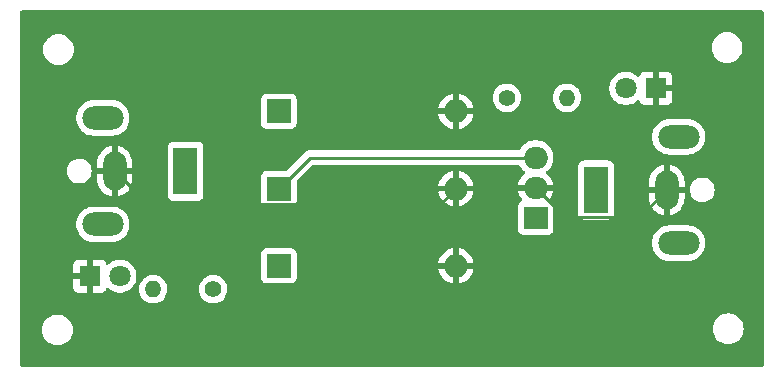
<source format=gbr>
%TF.GenerationSoftware,KiCad,Pcbnew,(7.0.0)*%
%TF.CreationDate,2024-12-23T20:55:22+00:00*%
%TF.ProjectId,5v Voltage Regulator,35762056-6f6c-4746-9167-652052656775,rev?*%
%TF.SameCoordinates,Original*%
%TF.FileFunction,Copper,L2,Bot*%
%TF.FilePolarity,Positive*%
%FSLAX46Y46*%
G04 Gerber Fmt 4.6, Leading zero omitted, Abs format (unit mm)*
G04 Created by KiCad (PCBNEW (7.0.0)) date 2024-12-23 20:55:22*
%MOMM*%
%LPD*%
G01*
G04 APERTURE LIST*
%TA.AperFunction,ComponentPad*%
%ADD10R,2.000000X1.905000*%
%TD*%
%TA.AperFunction,ComponentPad*%
%ADD11O,2.000000X1.905000*%
%TD*%
%TA.AperFunction,ComponentPad*%
%ADD12C,1.400000*%
%TD*%
%TA.AperFunction,ComponentPad*%
%ADD13O,1.400000X1.400000*%
%TD*%
%TA.AperFunction,ComponentPad*%
%ADD14R,2.000000X4.000000*%
%TD*%
%TA.AperFunction,ComponentPad*%
%ADD15O,2.000000X3.300000*%
%TD*%
%TA.AperFunction,ComponentPad*%
%ADD16O,3.500000X2.000000*%
%TD*%
%TA.AperFunction,ComponentPad*%
%ADD17R,1.800000X1.800000*%
%TD*%
%TA.AperFunction,ComponentPad*%
%ADD18C,1.800000*%
%TD*%
%TA.AperFunction,ComponentPad*%
%ADD19R,2.000000X2.000000*%
%TD*%
%TA.AperFunction,ComponentPad*%
%ADD20O,2.000000X2.000000*%
%TD*%
%TA.AperFunction,Conductor*%
%ADD21C,0.250000*%
%TD*%
G04 APERTURE END LIST*
D10*
%TO.P,U1,1,VI*%
%TO.N,+12V*%
X212544999Y-108539999D03*
D11*
%TO.P,U1,2,GND*%
%TO.N,GND*%
X212544999Y-105999999D03*
%TO.P,U1,3,VO*%
%TO.N,/OUT*%
X212544999Y-103459999D03*
%TD*%
D12*
%TO.P,R2,1*%
%TO.N,/OUT*%
X210110000Y-98400000D03*
D13*
%TO.P,R2,2*%
%TO.N,Net-(D2-A)*%
X215189999Y-98399999D03*
%TD*%
D12*
%TO.P,R1,1*%
%TO.N,+12V*%
X185240000Y-114600000D03*
D13*
%TO.P,R1,2*%
%TO.N,Net-(D1-A)*%
X180159999Y-114599999D03*
%TD*%
D14*
%TO.P,J2,1*%
%TO.N,/OUT*%
X217649999Y-106199999D03*
D15*
%TO.P,J2,2*%
%TO.N,GND*%
X223649999Y-106199999D03*
D16*
%TO.P,J2,MP*%
%TO.N,N/C*%
X224649999Y-110699999D03*
X224649999Y-101699999D03*
%TD*%
D14*
%TO.P,J1,1*%
%TO.N,+12V*%
X182899999Y-104599999D03*
D15*
%TO.P,J1,2*%
%TO.N,GND*%
X176899999Y-104599999D03*
D16*
%TO.P,J1,MP*%
%TO.N,N/C*%
X175899999Y-100099999D03*
X175899999Y-109099999D03*
%TD*%
D17*
%TO.P,D2,1,K*%
%TO.N,GND*%
X222724999Y-97599999D03*
D18*
%TO.P,D2,2,A*%
%TO.N,Net-(D2-A)*%
X220185000Y-97600000D03*
%TD*%
D17*
%TO.P,D1,1,K*%
%TO.N,GND*%
X174799999Y-113499999D03*
D18*
%TO.P,D1,2,A*%
%TO.N,Net-(D1-A)*%
X177340000Y-113500000D03*
%TD*%
D19*
%TO.P,C3,1*%
%TO.N,/OUT*%
X190799999Y-112612499D03*
D20*
%TO.P,C3,2*%
%TO.N,GND*%
X205799999Y-112612499D03*
%TD*%
D19*
%TO.P,C2,1*%
%TO.N,/OUT*%
X190799999Y-106077499D03*
D20*
%TO.P,C2,2*%
%TO.N,GND*%
X205799999Y-106077499D03*
%TD*%
D19*
%TO.P,C1,1*%
%TO.N,+12V*%
X190799999Y-99542499D03*
D20*
%TO.P,C1,2*%
%TO.N,GND*%
X205799999Y-99542499D03*
%TD*%
D21*
%TO.N,/OUT*%
X193417500Y-103460000D02*
X190800000Y-106077500D01*
X212545000Y-103460000D02*
X193417500Y-103460000D01*
%TO.N,GND*%
X221325000Y-108525000D02*
X223650000Y-106200000D01*
X215070000Y-108525000D02*
X221325000Y-108525000D01*
X212545000Y-106000000D02*
X215070000Y-108525000D01*
X212467500Y-106077500D02*
X212545000Y-106000000D01*
X205800000Y-106077500D02*
X212467500Y-106077500D01*
X204475000Y-107402500D02*
X205800000Y-106077500D01*
X179702500Y-107402500D02*
X204475000Y-107402500D01*
X176900000Y-104600000D02*
X179702500Y-107402500D01*
%TD*%
%TA.AperFunction,Conductor*%
%TO.N,GND*%
G36*
X231787500Y-91017113D02*
G01*
X231832887Y-91062500D01*
X231849500Y-91124500D01*
X231849500Y-121025500D01*
X231832887Y-121087500D01*
X231787500Y-121132887D01*
X231725500Y-121149500D01*
X169024500Y-121149500D01*
X168962500Y-121132887D01*
X168917113Y-121087500D01*
X168900500Y-121025500D01*
X168900500Y-118050000D01*
X170744532Y-118050000D01*
X170764365Y-118276692D01*
X170765762Y-118281907D01*
X170765764Y-118281916D01*
X170821858Y-118491263D01*
X170821861Y-118491271D01*
X170823261Y-118496496D01*
X170919432Y-118702734D01*
X171049953Y-118889139D01*
X171210861Y-119050047D01*
X171397266Y-119180568D01*
X171603504Y-119276739D01*
X171823308Y-119335635D01*
X171993216Y-119350500D01*
X172104075Y-119350500D01*
X172106784Y-119350500D01*
X172276692Y-119335635D01*
X172496496Y-119276739D01*
X172702734Y-119180568D01*
X172889139Y-119050047D01*
X173050047Y-118889139D01*
X173180568Y-118702734D01*
X173276739Y-118496496D01*
X173335635Y-118276692D01*
X173355468Y-118050000D01*
X173346719Y-117950000D01*
X227544532Y-117950000D01*
X227564365Y-118176692D01*
X227565762Y-118181907D01*
X227565764Y-118181916D01*
X227621858Y-118391263D01*
X227621861Y-118391271D01*
X227623261Y-118396496D01*
X227719432Y-118602734D01*
X227849953Y-118789139D01*
X228010861Y-118950047D01*
X228197266Y-119080568D01*
X228403504Y-119176739D01*
X228408734Y-119178140D01*
X228408736Y-119178141D01*
X228618083Y-119234235D01*
X228623308Y-119235635D01*
X228793216Y-119250500D01*
X228904075Y-119250500D01*
X228906784Y-119250500D01*
X229076692Y-119235635D01*
X229296496Y-119176739D01*
X229502734Y-119080568D01*
X229689139Y-118950047D01*
X229850047Y-118789139D01*
X229980568Y-118602734D01*
X230076739Y-118396496D01*
X230135635Y-118176692D01*
X230155468Y-117950000D01*
X230135635Y-117723308D01*
X230076739Y-117503504D01*
X229980568Y-117297266D01*
X229850047Y-117110861D01*
X229689139Y-116949953D01*
X229627224Y-116906600D01*
X229507173Y-116822540D01*
X229507171Y-116822539D01*
X229502734Y-116819432D01*
X229383631Y-116763893D01*
X229301405Y-116725550D01*
X229301403Y-116725549D01*
X229296496Y-116723261D01*
X229291271Y-116721861D01*
X229291263Y-116721858D01*
X229081916Y-116665764D01*
X229081907Y-116665762D01*
X229076692Y-116664365D01*
X229071304Y-116663893D01*
X229071301Y-116663893D01*
X228909484Y-116649736D01*
X228909479Y-116649735D01*
X228906784Y-116649500D01*
X228793216Y-116649500D01*
X228790521Y-116649735D01*
X228790515Y-116649736D01*
X228628698Y-116663893D01*
X228628693Y-116663893D01*
X228623308Y-116664365D01*
X228618094Y-116665762D01*
X228618083Y-116665764D01*
X228408736Y-116721858D01*
X228408724Y-116721862D01*
X228403504Y-116723261D01*
X228398599Y-116725547D01*
X228398594Y-116725550D01*
X228202176Y-116817142D01*
X228202172Y-116817144D01*
X228197266Y-116819432D01*
X228192833Y-116822535D01*
X228192826Y-116822540D01*
X228015296Y-116946847D01*
X228015291Y-116946850D01*
X228010861Y-116949953D01*
X228007037Y-116953776D01*
X228007031Y-116953782D01*
X227853782Y-117107031D01*
X227853776Y-117107037D01*
X227849953Y-117110861D01*
X227846850Y-117115291D01*
X227846847Y-117115296D01*
X227722540Y-117292826D01*
X227722535Y-117292833D01*
X227719432Y-117297266D01*
X227717144Y-117302172D01*
X227717142Y-117302176D01*
X227625550Y-117498594D01*
X227625547Y-117498599D01*
X227623261Y-117503504D01*
X227621862Y-117508724D01*
X227621858Y-117508736D01*
X227565764Y-117718083D01*
X227565762Y-117718094D01*
X227564365Y-117723308D01*
X227563893Y-117728693D01*
X227563893Y-117728698D01*
X227545004Y-117944605D01*
X227544532Y-117950000D01*
X173346719Y-117950000D01*
X173335635Y-117823308D01*
X173334235Y-117818083D01*
X173278141Y-117608736D01*
X173278140Y-117608734D01*
X173276739Y-117603504D01*
X173180568Y-117397266D01*
X173050047Y-117210861D01*
X172889139Y-117049953D01*
X172827224Y-117006600D01*
X172707173Y-116922540D01*
X172707171Y-116922539D01*
X172702734Y-116919432D01*
X172496496Y-116823261D01*
X172491271Y-116821861D01*
X172491263Y-116821858D01*
X172281916Y-116765764D01*
X172281907Y-116765762D01*
X172276692Y-116764365D01*
X172271304Y-116763893D01*
X172271301Y-116763893D01*
X172109484Y-116749736D01*
X172109479Y-116749735D01*
X172106784Y-116749500D01*
X171993216Y-116749500D01*
X171990521Y-116749735D01*
X171990515Y-116749736D01*
X171828698Y-116763893D01*
X171828693Y-116763893D01*
X171823308Y-116764365D01*
X171818094Y-116765762D01*
X171818083Y-116765764D01*
X171608736Y-116821858D01*
X171608724Y-116821862D01*
X171603504Y-116823261D01*
X171598599Y-116825547D01*
X171598594Y-116825550D01*
X171402176Y-116917142D01*
X171402172Y-116917144D01*
X171397266Y-116919432D01*
X171392833Y-116922535D01*
X171392826Y-116922540D01*
X171215296Y-117046847D01*
X171215291Y-117046850D01*
X171210861Y-117049953D01*
X171207037Y-117053776D01*
X171207031Y-117053782D01*
X171053782Y-117207031D01*
X171053776Y-117207037D01*
X171049953Y-117210861D01*
X171046850Y-117215291D01*
X171046847Y-117215296D01*
X170922540Y-117392826D01*
X170922535Y-117392833D01*
X170919432Y-117397266D01*
X170917144Y-117402172D01*
X170917142Y-117402176D01*
X170825550Y-117598594D01*
X170825547Y-117598599D01*
X170823261Y-117603504D01*
X170821862Y-117608724D01*
X170821858Y-117608736D01*
X170765764Y-117818083D01*
X170765762Y-117818094D01*
X170764365Y-117823308D01*
X170744532Y-118050000D01*
X168900500Y-118050000D01*
X168900500Y-114444518D01*
X173400000Y-114444518D01*
X173400353Y-114451114D01*
X173405573Y-114499667D01*
X173409111Y-114514641D01*
X173453547Y-114633777D01*
X173461962Y-114649189D01*
X173537498Y-114750092D01*
X173549907Y-114762501D01*
X173650810Y-114838037D01*
X173666222Y-114846452D01*
X173785358Y-114890888D01*
X173800332Y-114894426D01*
X173848885Y-114899646D01*
X173855482Y-114900000D01*
X174533674Y-114900000D01*
X174546549Y-114896549D01*
X174550000Y-114883674D01*
X175050000Y-114883674D01*
X175053450Y-114896549D01*
X175066326Y-114900000D01*
X175744518Y-114900000D01*
X175751114Y-114899646D01*
X175799667Y-114894426D01*
X175814641Y-114890888D01*
X175933777Y-114846452D01*
X175949189Y-114838037D01*
X176050092Y-114762501D01*
X176062501Y-114750092D01*
X176138037Y-114649189D01*
X176146452Y-114633777D01*
X176172075Y-114565081D01*
X176208026Y-114513867D01*
X176264408Y-114486729D01*
X176326862Y-114490577D01*
X176379486Y-114524430D01*
X176388216Y-114533913D01*
X176571374Y-114676470D01*
X176775497Y-114786936D01*
X176995019Y-114862298D01*
X177223951Y-114900500D01*
X177450916Y-114900500D01*
X177456049Y-114900500D01*
X177684981Y-114862298D01*
X177904503Y-114786936D01*
X178108626Y-114676470D01*
X178206875Y-114600000D01*
X178954357Y-114600000D01*
X178974885Y-114821536D01*
X178976454Y-114827050D01*
X179034201Y-115030013D01*
X179034204Y-115030021D01*
X179035771Y-115035528D01*
X179038323Y-115040653D01*
X179038325Y-115040658D01*
X179132387Y-115229559D01*
X179132389Y-115229563D01*
X179134942Y-115234689D01*
X179138391Y-115239256D01*
X179138394Y-115239261D01*
X179265561Y-115407658D01*
X179265566Y-115407663D01*
X179269019Y-115412236D01*
X179273255Y-115416097D01*
X179273259Y-115416102D01*
X179385603Y-115518517D01*
X179433438Y-115562124D01*
X179622599Y-115679247D01*
X179830060Y-115759618D01*
X180048757Y-115800500D01*
X180265514Y-115800500D01*
X180271243Y-115800500D01*
X180489940Y-115759618D01*
X180697401Y-115679247D01*
X180886562Y-115562124D01*
X181050981Y-115412236D01*
X181185058Y-115234689D01*
X181284229Y-115035528D01*
X181345115Y-114821536D01*
X181365643Y-114600000D01*
X184034357Y-114600000D01*
X184054885Y-114821536D01*
X184056454Y-114827050D01*
X184114201Y-115030013D01*
X184114204Y-115030021D01*
X184115771Y-115035528D01*
X184118323Y-115040653D01*
X184118325Y-115040658D01*
X184212387Y-115229559D01*
X184212389Y-115229563D01*
X184214942Y-115234689D01*
X184218391Y-115239256D01*
X184218394Y-115239261D01*
X184345561Y-115407658D01*
X184345566Y-115407663D01*
X184349019Y-115412236D01*
X184353255Y-115416097D01*
X184353259Y-115416102D01*
X184465603Y-115518517D01*
X184513438Y-115562124D01*
X184702599Y-115679247D01*
X184910060Y-115759618D01*
X185128757Y-115800500D01*
X185345514Y-115800500D01*
X185351243Y-115800500D01*
X185569940Y-115759618D01*
X185777401Y-115679247D01*
X185966562Y-115562124D01*
X186130981Y-115412236D01*
X186265058Y-115234689D01*
X186364229Y-115035528D01*
X186425115Y-114821536D01*
X186445643Y-114600000D01*
X186425115Y-114378464D01*
X186373539Y-114197194D01*
X186365798Y-114169986D01*
X186365797Y-114169984D01*
X186364229Y-114164472D01*
X186278613Y-113992532D01*
X186267612Y-113970440D01*
X186267611Y-113970439D01*
X186265058Y-113965311D01*
X186261605Y-113960738D01*
X186134438Y-113792341D01*
X186134434Y-113792337D01*
X186130981Y-113787764D01*
X186126744Y-113783901D01*
X186126740Y-113783897D01*
X185987625Y-113657078D01*
X189299500Y-113657078D01*
X189299501Y-113660372D01*
X189299853Y-113663650D01*
X189299854Y-113663661D01*
X189305079Y-113712268D01*
X189305080Y-113712273D01*
X189305909Y-113719983D01*
X189308619Y-113727249D01*
X189308620Y-113727253D01*
X189332897Y-113792341D01*
X189356204Y-113854831D01*
X189442454Y-113970046D01*
X189557669Y-114056296D01*
X189692517Y-114106591D01*
X189752127Y-114113000D01*
X191847872Y-114112999D01*
X191907483Y-114106591D01*
X192042331Y-114056296D01*
X192157546Y-113970046D01*
X192243796Y-113854831D01*
X192294091Y-113719983D01*
X192300500Y-113660373D01*
X192300499Y-112865025D01*
X204319204Y-112865025D01*
X204319435Y-112876224D01*
X204375153Y-113096247D01*
X204378472Y-113105914D01*
X204474207Y-113324171D01*
X204479072Y-113333161D01*
X204609424Y-113532679D01*
X204615707Y-113540752D01*
X204777127Y-113716100D01*
X204784637Y-113723013D01*
X204972718Y-113869403D01*
X204981276Y-113874995D01*
X205190885Y-113988429D01*
X205200239Y-113992532D01*
X205425658Y-114069918D01*
X205435567Y-114072427D01*
X205536679Y-114089300D01*
X205547636Y-114088733D01*
X205550000Y-114078016D01*
X206050000Y-114078016D01*
X206052363Y-114088733D01*
X206063320Y-114089300D01*
X206164432Y-114072427D01*
X206174341Y-114069918D01*
X206399760Y-113992532D01*
X206409114Y-113988429D01*
X206618723Y-113874995D01*
X206627281Y-113869403D01*
X206815362Y-113723013D01*
X206822872Y-113716100D01*
X206984292Y-113540752D01*
X206990575Y-113532679D01*
X207120927Y-113333161D01*
X207125792Y-113324171D01*
X207221527Y-113105914D01*
X207224846Y-113096247D01*
X207280564Y-112876224D01*
X207280795Y-112865025D01*
X207269881Y-112862500D01*
X206066326Y-112862500D01*
X206053450Y-112865950D01*
X206050000Y-112878826D01*
X206050000Y-114078016D01*
X205550000Y-114078016D01*
X205550000Y-112878826D01*
X205546549Y-112865950D01*
X205533674Y-112862500D01*
X204330119Y-112862500D01*
X204319204Y-112865025D01*
X192300499Y-112865025D01*
X192300499Y-112359974D01*
X204319204Y-112359974D01*
X204330119Y-112362500D01*
X205533674Y-112362500D01*
X205546549Y-112359049D01*
X205550000Y-112346174D01*
X206050000Y-112346174D01*
X206053450Y-112359049D01*
X206066326Y-112362500D01*
X207269881Y-112362500D01*
X207280795Y-112359974D01*
X207280564Y-112348775D01*
X207224846Y-112128752D01*
X207221527Y-112119085D01*
X207125792Y-111900828D01*
X207120927Y-111891838D01*
X206990575Y-111692320D01*
X206984292Y-111684247D01*
X206822872Y-111508899D01*
X206815362Y-111501986D01*
X206627281Y-111355596D01*
X206618723Y-111350004D01*
X206409114Y-111236570D01*
X206399760Y-111232467D01*
X206174341Y-111155081D01*
X206164432Y-111152572D01*
X206063320Y-111135699D01*
X206052363Y-111136266D01*
X206050000Y-111146984D01*
X206050000Y-112346174D01*
X205550000Y-112346174D01*
X205550000Y-111146984D01*
X205547636Y-111136266D01*
X205536679Y-111135699D01*
X205435567Y-111152572D01*
X205425658Y-111155081D01*
X205200239Y-111232467D01*
X205190885Y-111236570D01*
X204981276Y-111350004D01*
X204972718Y-111355596D01*
X204784637Y-111501986D01*
X204777127Y-111508899D01*
X204615707Y-111684247D01*
X204609424Y-111692320D01*
X204479072Y-111891838D01*
X204474207Y-111900828D01*
X204378472Y-112119085D01*
X204375153Y-112128752D01*
X204319435Y-112348775D01*
X204319204Y-112359974D01*
X192300499Y-112359974D01*
X192300499Y-111564628D01*
X192294091Y-111505017D01*
X192243796Y-111370169D01*
X192157546Y-111254954D01*
X192042331Y-111168704D01*
X191907483Y-111118409D01*
X191899770Y-111117579D01*
X191899767Y-111117579D01*
X191851180Y-111112355D01*
X191851169Y-111112354D01*
X191847873Y-111112000D01*
X191844550Y-111112000D01*
X189755439Y-111112000D01*
X189755420Y-111112000D01*
X189752128Y-111112001D01*
X189748850Y-111112353D01*
X189748838Y-111112354D01*
X189700231Y-111117579D01*
X189700225Y-111117580D01*
X189692517Y-111118409D01*
X189685252Y-111121118D01*
X189685246Y-111121120D01*
X189565980Y-111165604D01*
X189565978Y-111165604D01*
X189557669Y-111168704D01*
X189550572Y-111174016D01*
X189550568Y-111174019D01*
X189449550Y-111249641D01*
X189449546Y-111249644D01*
X189442454Y-111254954D01*
X189437144Y-111262046D01*
X189437141Y-111262050D01*
X189361519Y-111363068D01*
X189361516Y-111363072D01*
X189356204Y-111370169D01*
X189353104Y-111378478D01*
X189353104Y-111378480D01*
X189308620Y-111497747D01*
X189308619Y-111497750D01*
X189305909Y-111505017D01*
X189305079Y-111512727D01*
X189305079Y-111512732D01*
X189299855Y-111561319D01*
X189299854Y-111561331D01*
X189299500Y-111564627D01*
X189299500Y-111567948D01*
X189299500Y-111567949D01*
X189299500Y-113657060D01*
X189299500Y-113657078D01*
X185987625Y-113657078D01*
X185970796Y-113641736D01*
X185970797Y-113641736D01*
X185966562Y-113637876D01*
X185961692Y-113634861D01*
X185961690Y-113634859D01*
X185782275Y-113523771D01*
X185782276Y-113523771D01*
X185777401Y-113520753D01*
X185723831Y-113500000D01*
X185575286Y-113442453D01*
X185575285Y-113442452D01*
X185569940Y-113440382D01*
X185564302Y-113439328D01*
X185356872Y-113400552D01*
X185356869Y-113400551D01*
X185351243Y-113399500D01*
X185128757Y-113399500D01*
X185123131Y-113400551D01*
X185123127Y-113400552D01*
X184915697Y-113439328D01*
X184915694Y-113439328D01*
X184910060Y-113440382D01*
X184904717Y-113442451D01*
X184904713Y-113442453D01*
X184707941Y-113518683D01*
X184707936Y-113518685D01*
X184702599Y-113520753D01*
X184697727Y-113523769D01*
X184697724Y-113523771D01*
X184518309Y-113634859D01*
X184518301Y-113634864D01*
X184513438Y-113637876D01*
X184509207Y-113641732D01*
X184509203Y-113641736D01*
X184353259Y-113783897D01*
X184353249Y-113783907D01*
X184349019Y-113787764D01*
X184345570Y-113792330D01*
X184345561Y-113792341D01*
X184218394Y-113960738D01*
X184218387Y-113960748D01*
X184214942Y-113965311D01*
X184212392Y-113970431D01*
X184212387Y-113970440D01*
X184118325Y-114159341D01*
X184118321Y-114159349D01*
X184115771Y-114164472D01*
X184114205Y-114169975D01*
X184114201Y-114169986D01*
X184060461Y-114358865D01*
X184054885Y-114378464D01*
X184054356Y-114384169D01*
X184054356Y-114384171D01*
X184041359Y-114524430D01*
X184034357Y-114600000D01*
X181365643Y-114600000D01*
X181345115Y-114378464D01*
X181293539Y-114197194D01*
X181285798Y-114169986D01*
X181285797Y-114169984D01*
X181284229Y-114164472D01*
X181198613Y-113992532D01*
X181187612Y-113970440D01*
X181187611Y-113970439D01*
X181185058Y-113965311D01*
X181181605Y-113960738D01*
X181054438Y-113792341D01*
X181054434Y-113792337D01*
X181050981Y-113787764D01*
X181046744Y-113783901D01*
X181046740Y-113783897D01*
X180890796Y-113641736D01*
X180890797Y-113641736D01*
X180886562Y-113637876D01*
X180881692Y-113634861D01*
X180881690Y-113634859D01*
X180702275Y-113523771D01*
X180702276Y-113523771D01*
X180697401Y-113520753D01*
X180643831Y-113500000D01*
X180495286Y-113442453D01*
X180495285Y-113442452D01*
X180489940Y-113440382D01*
X180484302Y-113439328D01*
X180276872Y-113400552D01*
X180276869Y-113400551D01*
X180271243Y-113399500D01*
X180048757Y-113399500D01*
X180043131Y-113400551D01*
X180043127Y-113400552D01*
X179835697Y-113439328D01*
X179835694Y-113439328D01*
X179830060Y-113440382D01*
X179824717Y-113442451D01*
X179824713Y-113442453D01*
X179627941Y-113518683D01*
X179627936Y-113518685D01*
X179622599Y-113520753D01*
X179617727Y-113523769D01*
X179617724Y-113523771D01*
X179438309Y-113634859D01*
X179438301Y-113634864D01*
X179433438Y-113637876D01*
X179429207Y-113641732D01*
X179429203Y-113641736D01*
X179273259Y-113783897D01*
X179273249Y-113783907D01*
X179269019Y-113787764D01*
X179265570Y-113792330D01*
X179265561Y-113792341D01*
X179138394Y-113960738D01*
X179138387Y-113960748D01*
X179134942Y-113965311D01*
X179132392Y-113970431D01*
X179132387Y-113970440D01*
X179038325Y-114159341D01*
X179038321Y-114159349D01*
X179035771Y-114164472D01*
X179034205Y-114169975D01*
X179034201Y-114169986D01*
X178980461Y-114358865D01*
X178974885Y-114378464D01*
X178974356Y-114384169D01*
X178974356Y-114384171D01*
X178961359Y-114524430D01*
X178954357Y-114600000D01*
X178206875Y-114600000D01*
X178291784Y-114533913D01*
X178448979Y-114363153D01*
X178575924Y-114168849D01*
X178669157Y-113956300D01*
X178726134Y-113731305D01*
X178745300Y-113500000D01*
X178726134Y-113268695D01*
X178669157Y-113043700D01*
X178575924Y-112831151D01*
X178448979Y-112636847D01*
X178291784Y-112466087D01*
X178155449Y-112359974D01*
X178112672Y-112326679D01*
X178112671Y-112326678D01*
X178108626Y-112323530D01*
X177972583Y-112249907D01*
X177909007Y-112215501D01*
X177909002Y-112215499D01*
X177904503Y-112213064D01*
X177899657Y-112211400D01*
X177899654Y-112211399D01*
X177689834Y-112139368D01*
X177689833Y-112139367D01*
X177684981Y-112137702D01*
X177679931Y-112136859D01*
X177679922Y-112136857D01*
X177461111Y-112100344D01*
X177461102Y-112100343D01*
X177456049Y-112099500D01*
X177223951Y-112099500D01*
X177218898Y-112100343D01*
X177218888Y-112100344D01*
X177000077Y-112136857D01*
X177000065Y-112136859D01*
X176995019Y-112137702D01*
X176990169Y-112139366D01*
X176990165Y-112139368D01*
X176780345Y-112211399D01*
X176780337Y-112211402D01*
X176775497Y-112213064D01*
X176771001Y-112215496D01*
X176770992Y-112215501D01*
X176575882Y-112321090D01*
X176575878Y-112321092D01*
X176571374Y-112323530D01*
X176567334Y-112326674D01*
X176567327Y-112326679D01*
X176392263Y-112462936D01*
X176392255Y-112462943D01*
X176388216Y-112466087D01*
X176384743Y-112469858D01*
X176384736Y-112469866D01*
X176379481Y-112475574D01*
X176326857Y-112509424D01*
X176264405Y-112513269D01*
X176208025Y-112486131D01*
X176172075Y-112434918D01*
X176146452Y-112366222D01*
X176138037Y-112350810D01*
X176062501Y-112249907D01*
X176050092Y-112237498D01*
X175949189Y-112161962D01*
X175933777Y-112153547D01*
X175814641Y-112109111D01*
X175799667Y-112105573D01*
X175751114Y-112100353D01*
X175744518Y-112100000D01*
X175066326Y-112100000D01*
X175053450Y-112103450D01*
X175050000Y-112116326D01*
X175050000Y-114883674D01*
X174550000Y-114883674D01*
X174550000Y-113766326D01*
X174546549Y-113753450D01*
X174533674Y-113750000D01*
X173416326Y-113750000D01*
X173403450Y-113753450D01*
X173400000Y-113766326D01*
X173400000Y-114444518D01*
X168900500Y-114444518D01*
X168900500Y-113233674D01*
X173400000Y-113233674D01*
X173403450Y-113246549D01*
X173416326Y-113250000D01*
X174533674Y-113250000D01*
X174546549Y-113246549D01*
X174550000Y-113233674D01*
X174550000Y-112116326D01*
X174546549Y-112103450D01*
X174533674Y-112100000D01*
X173855482Y-112100000D01*
X173848885Y-112100353D01*
X173800332Y-112105573D01*
X173785358Y-112109111D01*
X173666222Y-112153547D01*
X173650810Y-112161962D01*
X173549907Y-112237498D01*
X173537498Y-112249907D01*
X173461962Y-112350810D01*
X173453547Y-112366222D01*
X173409111Y-112485358D01*
X173405573Y-112500332D01*
X173400353Y-112548885D01*
X173400000Y-112555482D01*
X173400000Y-113233674D01*
X168900500Y-113233674D01*
X168900500Y-110824335D01*
X222399500Y-110824335D01*
X222400343Y-110829387D01*
X222400344Y-110829398D01*
X222438952Y-111060768D01*
X222440429Y-111069614D01*
X222442093Y-111074461D01*
X222442094Y-111074465D01*
X222519507Y-111299962D01*
X222519510Y-111299969D01*
X222521172Y-111304810D01*
X222523607Y-111309310D01*
X222523610Y-111309316D01*
X222631619Y-111508899D01*
X222639526Y-111523509D01*
X222642676Y-111527557D01*
X222642678Y-111527559D01*
X222671529Y-111564627D01*
X222792262Y-111719744D01*
X222796029Y-111723211D01*
X222796032Y-111723215D01*
X222971439Y-111884688D01*
X222975215Y-111888164D01*
X222994599Y-111900828D01*
X223179099Y-112021368D01*
X223179102Y-112021369D01*
X223183393Y-112024173D01*
X223411119Y-112124063D01*
X223652179Y-112185108D01*
X223837933Y-112200500D01*
X225459497Y-112200500D01*
X225462067Y-112200500D01*
X225647821Y-112185108D01*
X225888881Y-112124063D01*
X226116607Y-112024173D01*
X226324785Y-111888164D01*
X226507738Y-111719744D01*
X226660474Y-111523509D01*
X226778828Y-111304810D01*
X226859571Y-111069614D01*
X226900500Y-110824335D01*
X226900500Y-110575665D01*
X226859571Y-110330386D01*
X226778828Y-110095190D01*
X226660474Y-109876491D01*
X226507738Y-109680256D01*
X226503970Y-109676787D01*
X226503967Y-109676784D01*
X226328560Y-109515311D01*
X226328559Y-109515310D01*
X226324785Y-109511836D01*
X226316885Y-109506675D01*
X226120900Y-109378631D01*
X226120893Y-109378627D01*
X226116607Y-109375827D01*
X226111916Y-109373769D01*
X226111910Y-109373766D01*
X225893577Y-109277997D01*
X225893578Y-109277997D01*
X225888881Y-109275937D01*
X225883911Y-109274678D01*
X225883910Y-109274678D01*
X225652795Y-109216151D01*
X225652788Y-109216149D01*
X225647821Y-109214892D01*
X225642709Y-109214468D01*
X225642701Y-109214467D01*
X225464633Y-109199712D01*
X225464617Y-109199711D01*
X225462067Y-109199500D01*
X223837933Y-109199500D01*
X223835383Y-109199711D01*
X223835366Y-109199712D01*
X223657298Y-109214467D01*
X223657288Y-109214468D01*
X223652179Y-109214892D01*
X223647213Y-109216149D01*
X223647204Y-109216151D01*
X223416089Y-109274678D01*
X223416084Y-109274679D01*
X223411119Y-109275937D01*
X223406425Y-109277995D01*
X223406422Y-109277997D01*
X223188089Y-109373766D01*
X223188077Y-109373772D01*
X223183393Y-109375827D01*
X223179111Y-109378624D01*
X223179099Y-109378631D01*
X222979512Y-109509028D01*
X222979506Y-109509031D01*
X222975215Y-109511836D01*
X222971446Y-109515305D01*
X222971439Y-109515311D01*
X222796032Y-109676784D01*
X222796023Y-109676793D01*
X222792262Y-109680256D01*
X222789113Y-109684301D01*
X222789111Y-109684304D01*
X222642678Y-109872440D01*
X222642672Y-109872448D01*
X222639526Y-109876491D01*
X222637088Y-109880995D01*
X222637084Y-109881002D01*
X222523610Y-110090683D01*
X222523605Y-110090693D01*
X222521172Y-110095190D01*
X222519511Y-110100026D01*
X222519507Y-110100037D01*
X222442094Y-110325534D01*
X222442092Y-110325541D01*
X222440429Y-110330386D01*
X222439585Y-110335441D01*
X222439585Y-110335443D01*
X222400344Y-110570601D01*
X222400343Y-110570613D01*
X222399500Y-110575665D01*
X222399500Y-110824335D01*
X168900500Y-110824335D01*
X168900500Y-109224335D01*
X173649500Y-109224335D01*
X173650343Y-109229387D01*
X173650344Y-109229398D01*
X173658454Y-109277997D01*
X173690429Y-109469614D01*
X173692093Y-109474461D01*
X173692094Y-109474465D01*
X173769507Y-109699962D01*
X173769510Y-109699969D01*
X173771172Y-109704810D01*
X173773607Y-109709310D01*
X173773610Y-109709316D01*
X173861889Y-109872440D01*
X173889526Y-109923509D01*
X173892676Y-109927557D01*
X173892678Y-109927559D01*
X173936514Y-109983879D01*
X174042262Y-110119744D01*
X174046029Y-110123211D01*
X174046032Y-110123215D01*
X174221439Y-110284688D01*
X174225215Y-110288164D01*
X174282414Y-110325534D01*
X174429099Y-110421368D01*
X174429102Y-110421369D01*
X174433393Y-110424173D01*
X174661119Y-110524063D01*
X174902179Y-110585108D01*
X175087933Y-110600500D01*
X176709497Y-110600500D01*
X176712067Y-110600500D01*
X176897821Y-110585108D01*
X177138881Y-110524063D01*
X177366607Y-110424173D01*
X177574785Y-110288164D01*
X177757738Y-110119744D01*
X177910474Y-109923509D01*
X178028828Y-109704810D01*
X178086411Y-109537078D01*
X211044500Y-109537078D01*
X211044501Y-109540372D01*
X211044853Y-109543650D01*
X211044854Y-109543661D01*
X211050079Y-109592268D01*
X211050080Y-109592273D01*
X211050909Y-109599983D01*
X211053619Y-109607249D01*
X211053620Y-109607253D01*
X211079554Y-109676784D01*
X211101204Y-109734831D01*
X211187454Y-109850046D01*
X211302669Y-109936296D01*
X211437517Y-109986591D01*
X211497127Y-109993000D01*
X213592872Y-109992999D01*
X213652483Y-109986591D01*
X213787331Y-109936296D01*
X213902546Y-109850046D01*
X213988796Y-109734831D01*
X214039091Y-109599983D01*
X214045500Y-109540373D01*
X214045499Y-108244578D01*
X216149500Y-108244578D01*
X216149501Y-108247872D01*
X216149853Y-108251150D01*
X216149854Y-108251161D01*
X216155079Y-108299768D01*
X216155080Y-108299773D01*
X216155909Y-108307483D01*
X216158619Y-108314749D01*
X216158620Y-108314753D01*
X216192217Y-108404831D01*
X216206204Y-108442331D01*
X216292454Y-108557546D01*
X216407669Y-108643796D01*
X216542517Y-108694091D01*
X216602127Y-108700500D01*
X218697872Y-108700499D01*
X218757483Y-108694091D01*
X218892331Y-108643796D01*
X219007546Y-108557546D01*
X219093796Y-108442331D01*
X219144091Y-108307483D01*
X219150500Y-108247873D01*
X219150499Y-106909473D01*
X222150000Y-106909473D01*
X222150212Y-106914609D01*
X222164962Y-107092618D01*
X222166646Y-107102712D01*
X222225153Y-107333747D01*
X222228472Y-107343414D01*
X222324207Y-107561671D01*
X222329072Y-107570661D01*
X222459424Y-107770179D01*
X222465707Y-107778252D01*
X222627127Y-107953600D01*
X222634637Y-107960513D01*
X222822718Y-108106903D01*
X222831276Y-108112495D01*
X223040885Y-108225929D01*
X223050239Y-108230032D01*
X223275658Y-108307418D01*
X223285567Y-108309927D01*
X223386679Y-108326800D01*
X223397636Y-108326233D01*
X223400000Y-108315516D01*
X223900000Y-108315516D01*
X223902363Y-108326233D01*
X223913320Y-108326800D01*
X224014432Y-108309927D01*
X224024341Y-108307418D01*
X224249760Y-108230032D01*
X224259114Y-108225929D01*
X224468723Y-108112495D01*
X224477281Y-108106903D01*
X224665362Y-107960513D01*
X224672872Y-107953600D01*
X224834292Y-107778252D01*
X224840575Y-107770179D01*
X224970927Y-107570661D01*
X224975792Y-107561671D01*
X225071527Y-107343414D01*
X225074846Y-107333747D01*
X225133353Y-107102712D01*
X225135037Y-107092618D01*
X225149787Y-106914609D01*
X225150000Y-106909473D01*
X225150000Y-106466326D01*
X225146549Y-106453450D01*
X225133674Y-106450000D01*
X223916326Y-106450000D01*
X223903450Y-106453450D01*
X223900000Y-106466326D01*
X223900000Y-108315516D01*
X223400000Y-108315516D01*
X223400000Y-106466326D01*
X223396549Y-106453450D01*
X223383674Y-106450000D01*
X222166326Y-106450000D01*
X222153450Y-106453450D01*
X222150000Y-106466326D01*
X222150000Y-106909473D01*
X219150499Y-106909473D01*
X219150499Y-106200000D01*
X225594417Y-106200000D01*
X225595014Y-106206061D01*
X225614102Y-106399869D01*
X225614103Y-106399875D01*
X225614700Y-106405934D01*
X225616467Y-106411759D01*
X225616468Y-106411764D01*
X225661813Y-106561247D01*
X225674768Y-106603954D01*
X225677638Y-106609323D01*
X225677640Y-106609328D01*
X225740128Y-106726233D01*
X225772315Y-106786450D01*
X225903590Y-106946410D01*
X226063550Y-107077685D01*
X226246046Y-107175232D01*
X226444066Y-107235300D01*
X226598392Y-107250500D01*
X226698558Y-107250500D01*
X226701608Y-107250500D01*
X226855934Y-107235300D01*
X227053954Y-107175232D01*
X227236450Y-107077685D01*
X227396410Y-106946410D01*
X227527685Y-106786450D01*
X227625232Y-106603954D01*
X227685300Y-106405934D01*
X227705583Y-106200000D01*
X227685300Y-105994066D01*
X227625232Y-105796046D01*
X227527685Y-105613550D01*
X227396410Y-105453590D01*
X227236450Y-105322315D01*
X227208511Y-105307381D01*
X227059328Y-105227640D01*
X227059323Y-105227638D01*
X227053954Y-105224768D01*
X227017356Y-105213666D01*
X226861764Y-105166468D01*
X226861759Y-105166467D01*
X226855934Y-105164700D01*
X226849875Y-105164103D01*
X226849869Y-105164102D01*
X226704641Y-105149798D01*
X226704626Y-105149797D01*
X226701608Y-105149500D01*
X226598392Y-105149500D01*
X226595374Y-105149797D01*
X226595358Y-105149798D01*
X226450130Y-105164102D01*
X226450122Y-105164103D01*
X226444066Y-105164700D01*
X226438242Y-105166466D01*
X226438235Y-105166468D01*
X226251877Y-105222999D01*
X226251875Y-105222999D01*
X226246046Y-105224768D01*
X226240679Y-105227636D01*
X226240671Y-105227640D01*
X226068920Y-105319444D01*
X226068915Y-105319447D01*
X226063550Y-105322315D01*
X226058846Y-105326174D01*
X226058842Y-105326178D01*
X225908296Y-105449727D01*
X225908290Y-105449732D01*
X225903590Y-105453590D01*
X225899732Y-105458290D01*
X225899727Y-105458296D01*
X225776178Y-105608842D01*
X225776174Y-105608846D01*
X225772315Y-105613550D01*
X225769447Y-105618915D01*
X225769444Y-105618920D01*
X225677640Y-105790671D01*
X225677636Y-105790679D01*
X225674768Y-105796046D01*
X225672999Y-105801875D01*
X225672999Y-105801877D01*
X225616468Y-105988235D01*
X225616466Y-105988242D01*
X225614700Y-105994066D01*
X225614103Y-106000122D01*
X225614102Y-106000130D01*
X225597354Y-106170179D01*
X225594417Y-106200000D01*
X219150499Y-106200000D01*
X219150499Y-105933674D01*
X222150000Y-105933674D01*
X222153450Y-105946549D01*
X222166326Y-105950000D01*
X223383674Y-105950000D01*
X223396549Y-105946549D01*
X223400000Y-105933674D01*
X223900000Y-105933674D01*
X223903450Y-105946549D01*
X223916326Y-105950000D01*
X225133674Y-105950000D01*
X225146549Y-105946549D01*
X225150000Y-105933674D01*
X225150000Y-105490527D01*
X225149787Y-105485390D01*
X225135037Y-105307381D01*
X225133353Y-105297287D01*
X225074846Y-105066252D01*
X225071527Y-105056585D01*
X224975792Y-104838328D01*
X224970927Y-104829338D01*
X224840575Y-104629820D01*
X224834292Y-104621747D01*
X224672872Y-104446399D01*
X224665362Y-104439486D01*
X224477281Y-104293096D01*
X224468723Y-104287504D01*
X224259114Y-104174070D01*
X224249760Y-104169967D01*
X224024341Y-104092581D01*
X224014432Y-104090072D01*
X223913320Y-104073199D01*
X223902363Y-104073766D01*
X223900000Y-104084484D01*
X223900000Y-105933674D01*
X223400000Y-105933674D01*
X223400000Y-104084484D01*
X223397636Y-104073766D01*
X223386679Y-104073199D01*
X223285567Y-104090072D01*
X223275658Y-104092581D01*
X223050239Y-104169967D01*
X223040885Y-104174070D01*
X222831276Y-104287504D01*
X222822718Y-104293096D01*
X222634637Y-104439486D01*
X222627127Y-104446399D01*
X222465707Y-104621747D01*
X222459424Y-104629820D01*
X222329072Y-104829338D01*
X222324207Y-104838328D01*
X222228472Y-105056585D01*
X222225153Y-105066252D01*
X222166646Y-105297287D01*
X222164962Y-105307381D01*
X222150212Y-105485390D01*
X222150000Y-105490527D01*
X222150000Y-105933674D01*
X219150499Y-105933674D01*
X219150499Y-104152128D01*
X219144091Y-104092517D01*
X219093796Y-103957669D01*
X219007546Y-103842454D01*
X218974763Y-103817913D01*
X218899431Y-103761519D01*
X218899430Y-103761518D01*
X218892331Y-103756204D01*
X218757483Y-103705909D01*
X218749770Y-103705079D01*
X218749767Y-103705079D01*
X218701180Y-103699855D01*
X218701169Y-103699854D01*
X218697873Y-103699500D01*
X218694550Y-103699500D01*
X216605439Y-103699500D01*
X216605420Y-103699500D01*
X216602128Y-103699501D01*
X216598850Y-103699853D01*
X216598838Y-103699854D01*
X216550231Y-103705079D01*
X216550225Y-103705080D01*
X216542517Y-103705909D01*
X216535252Y-103708618D01*
X216535246Y-103708620D01*
X216415980Y-103753104D01*
X216415978Y-103753104D01*
X216407669Y-103756204D01*
X216400572Y-103761516D01*
X216400568Y-103761519D01*
X216299550Y-103837141D01*
X216299546Y-103837144D01*
X216292454Y-103842454D01*
X216287144Y-103849546D01*
X216287141Y-103849550D01*
X216211519Y-103950568D01*
X216211516Y-103950572D01*
X216206204Y-103957669D01*
X216203104Y-103965978D01*
X216203104Y-103965980D01*
X216158620Y-104085247D01*
X216158619Y-104085250D01*
X216155909Y-104092517D01*
X216155079Y-104100227D01*
X216155079Y-104100232D01*
X216149855Y-104148819D01*
X216149854Y-104148831D01*
X216149500Y-104152127D01*
X216149500Y-104155448D01*
X216149500Y-104155449D01*
X216149500Y-108244560D01*
X216149500Y-108244578D01*
X214045499Y-108244578D01*
X214045499Y-107539628D01*
X214039091Y-107480017D01*
X213988796Y-107345169D01*
X213902546Y-107229954D01*
X213787331Y-107143704D01*
X213756195Y-107132091D01*
X213708377Y-107099978D01*
X213680228Y-107049724D01*
X213677821Y-106992174D01*
X213701675Y-106939746D01*
X213809502Y-106801211D01*
X213815093Y-106792654D01*
X213924780Y-106589968D01*
X213928883Y-106580613D01*
X214003713Y-106362642D01*
X214006224Y-106352731D01*
X214021144Y-106263320D01*
X214020577Y-106252363D01*
X214009860Y-106250000D01*
X211080140Y-106250000D01*
X211069422Y-106252363D01*
X211068855Y-106263320D01*
X211083775Y-106352731D01*
X211086286Y-106362642D01*
X211161116Y-106580613D01*
X211165219Y-106589968D01*
X211274906Y-106792654D01*
X211280498Y-106801212D01*
X211388324Y-106939746D01*
X211412178Y-106992174D01*
X211409771Y-107049724D01*
X211381622Y-107099977D01*
X211333805Y-107132090D01*
X211310984Y-107140601D01*
X211310974Y-107140606D01*
X211302669Y-107143704D01*
X211295572Y-107149016D01*
X211295568Y-107149019D01*
X211194550Y-107224641D01*
X211194546Y-107224644D01*
X211187454Y-107229954D01*
X211182144Y-107237046D01*
X211182141Y-107237050D01*
X211106519Y-107338068D01*
X211106516Y-107338072D01*
X211101204Y-107345169D01*
X211098104Y-107353478D01*
X211098104Y-107353480D01*
X211053620Y-107472747D01*
X211053619Y-107472750D01*
X211050909Y-107480017D01*
X211050079Y-107487727D01*
X211050079Y-107487732D01*
X211044855Y-107536319D01*
X211044854Y-107536331D01*
X211044500Y-107539627D01*
X211044500Y-107542948D01*
X211044500Y-107542949D01*
X211044500Y-109537060D01*
X211044500Y-109537078D01*
X178086411Y-109537078D01*
X178109571Y-109469614D01*
X178150500Y-109224335D01*
X178150500Y-108975665D01*
X178109571Y-108730386D01*
X178028828Y-108495190D01*
X177910474Y-108276491D01*
X177757738Y-108080256D01*
X177753970Y-108076787D01*
X177753967Y-108076784D01*
X177578560Y-107915311D01*
X177578559Y-107915310D01*
X177574785Y-107911836D01*
X177566885Y-107906675D01*
X177370900Y-107778631D01*
X177370893Y-107778627D01*
X177366607Y-107775827D01*
X177361916Y-107773769D01*
X177361910Y-107773766D01*
X177143577Y-107677997D01*
X177143578Y-107677997D01*
X177138881Y-107675937D01*
X177133911Y-107674678D01*
X177133910Y-107674678D01*
X176902795Y-107616151D01*
X176902788Y-107616149D01*
X176897821Y-107614892D01*
X176892709Y-107614468D01*
X176892701Y-107614467D01*
X176714633Y-107599712D01*
X176714617Y-107599711D01*
X176712067Y-107599500D01*
X175087933Y-107599500D01*
X175085383Y-107599711D01*
X175085366Y-107599712D01*
X174907298Y-107614467D01*
X174907288Y-107614468D01*
X174902179Y-107614892D01*
X174897213Y-107616149D01*
X174897204Y-107616151D01*
X174666089Y-107674678D01*
X174666084Y-107674679D01*
X174661119Y-107675937D01*
X174656425Y-107677995D01*
X174656422Y-107677997D01*
X174438089Y-107773766D01*
X174438077Y-107773772D01*
X174433393Y-107775827D01*
X174429111Y-107778624D01*
X174429099Y-107778631D01*
X174229512Y-107909028D01*
X174229506Y-107909031D01*
X174225215Y-107911836D01*
X174221446Y-107915305D01*
X174221439Y-107915311D01*
X174046032Y-108076784D01*
X174046023Y-108076793D01*
X174042262Y-108080256D01*
X174039113Y-108084301D01*
X174039111Y-108084304D01*
X173892678Y-108272440D01*
X173892672Y-108272448D01*
X173889526Y-108276491D01*
X173887088Y-108280995D01*
X173887084Y-108281002D01*
X173773610Y-108490683D01*
X173773605Y-108490693D01*
X173771172Y-108495190D01*
X173769511Y-108500026D01*
X173769507Y-108500037D01*
X173692094Y-108725534D01*
X173692092Y-108725541D01*
X173690429Y-108730386D01*
X173689585Y-108735441D01*
X173689585Y-108735443D01*
X173650344Y-108970601D01*
X173650343Y-108970613D01*
X173649500Y-108975665D01*
X173649500Y-109224335D01*
X168900500Y-109224335D01*
X168900500Y-107122078D01*
X189299500Y-107122078D01*
X189299501Y-107125372D01*
X189299853Y-107128650D01*
X189299854Y-107128661D01*
X189305079Y-107177268D01*
X189305080Y-107177273D01*
X189305909Y-107184983D01*
X189308619Y-107192249D01*
X189308620Y-107192253D01*
X189330234Y-107250201D01*
X189356204Y-107319831D01*
X189361518Y-107326930D01*
X189361519Y-107326931D01*
X189366621Y-107333747D01*
X189442454Y-107435046D01*
X189557669Y-107521296D01*
X189692517Y-107571591D01*
X189752127Y-107578000D01*
X191847872Y-107577999D01*
X191907483Y-107571591D01*
X192042331Y-107521296D01*
X192157546Y-107435046D01*
X192243796Y-107319831D01*
X192294091Y-107184983D01*
X192300500Y-107125373D01*
X192300499Y-106330025D01*
X204319204Y-106330025D01*
X204319435Y-106341224D01*
X204375153Y-106561247D01*
X204378472Y-106570914D01*
X204474207Y-106789171D01*
X204479072Y-106798161D01*
X204609424Y-106997679D01*
X204615707Y-107005752D01*
X204777127Y-107181100D01*
X204784637Y-107188013D01*
X204972718Y-107334403D01*
X204981276Y-107339995D01*
X205190885Y-107453429D01*
X205200239Y-107457532D01*
X205425658Y-107534918D01*
X205435567Y-107537427D01*
X205536679Y-107554300D01*
X205547636Y-107553733D01*
X205550000Y-107543016D01*
X206050000Y-107543016D01*
X206052363Y-107553733D01*
X206063320Y-107554300D01*
X206164432Y-107537427D01*
X206174341Y-107534918D01*
X206399760Y-107457532D01*
X206409114Y-107453429D01*
X206618723Y-107339995D01*
X206627281Y-107334403D01*
X206815362Y-107188013D01*
X206822872Y-107181100D01*
X206984292Y-107005752D01*
X206990575Y-106997679D01*
X207120927Y-106798161D01*
X207125792Y-106789171D01*
X207221527Y-106570914D01*
X207224846Y-106561247D01*
X207280564Y-106341224D01*
X207280795Y-106330025D01*
X207269881Y-106327500D01*
X206066326Y-106327500D01*
X206053450Y-106330950D01*
X206050000Y-106343826D01*
X206050000Y-107543016D01*
X205550000Y-107543016D01*
X205550000Y-106343826D01*
X205546549Y-106330950D01*
X205533674Y-106327500D01*
X204330119Y-106327500D01*
X204319204Y-106330025D01*
X192300499Y-106330025D01*
X192300499Y-105824974D01*
X204319204Y-105824974D01*
X204330119Y-105827500D01*
X205533674Y-105827500D01*
X205546549Y-105824049D01*
X205550000Y-105811174D01*
X206050000Y-105811174D01*
X206053450Y-105824049D01*
X206066326Y-105827500D01*
X207269881Y-105827500D01*
X207280795Y-105824974D01*
X207280564Y-105813775D01*
X207224846Y-105593752D01*
X207221527Y-105584085D01*
X207125792Y-105365828D01*
X207120927Y-105356838D01*
X206990575Y-105157320D01*
X206984292Y-105149247D01*
X206822872Y-104973899D01*
X206815362Y-104966986D01*
X206627281Y-104820596D01*
X206618723Y-104815004D01*
X206409114Y-104701570D01*
X206399760Y-104697467D01*
X206174341Y-104620081D01*
X206164432Y-104617572D01*
X206063320Y-104600699D01*
X206052363Y-104601266D01*
X206050000Y-104611984D01*
X206050000Y-105811174D01*
X205550000Y-105811174D01*
X205550000Y-104611984D01*
X205547636Y-104601266D01*
X205536679Y-104600699D01*
X205435567Y-104617572D01*
X205425658Y-104620081D01*
X205200239Y-104697467D01*
X205190885Y-104701570D01*
X204981276Y-104815004D01*
X204972718Y-104820596D01*
X204784637Y-104966986D01*
X204777127Y-104973899D01*
X204615707Y-105149247D01*
X204609424Y-105157320D01*
X204479072Y-105356838D01*
X204474207Y-105365828D01*
X204378472Y-105584085D01*
X204375153Y-105593752D01*
X204319435Y-105813775D01*
X204319204Y-105824974D01*
X192300499Y-105824974D01*
X192300499Y-105512951D01*
X192309938Y-105465499D01*
X192336815Y-105425274D01*
X193640271Y-104121819D01*
X193680500Y-104094939D01*
X193727953Y-104085500D01*
X211109991Y-104085500D01*
X211173465Y-104102977D01*
X211219046Y-104150483D01*
X211229590Y-104169967D01*
X211276928Y-104257439D01*
X211280076Y-104261484D01*
X211280077Y-104261485D01*
X211383268Y-104394066D01*
X211424829Y-104447463D01*
X211601990Y-104610551D01*
X211626384Y-104626488D01*
X211667618Y-104671278D01*
X211682565Y-104730295D01*
X211667621Y-104789313D01*
X211626389Y-104834105D01*
X211606589Y-104847041D01*
X211598527Y-104853315D01*
X211428966Y-105009408D01*
X211422053Y-105016918D01*
X211280498Y-105198787D01*
X211274906Y-105207345D01*
X211165219Y-105410031D01*
X211161116Y-105419386D01*
X211086286Y-105637357D01*
X211083775Y-105647268D01*
X211068855Y-105736679D01*
X211069422Y-105747636D01*
X211080140Y-105750000D01*
X214009860Y-105750000D01*
X214020577Y-105747636D01*
X214021144Y-105736679D01*
X214006224Y-105647268D01*
X214003713Y-105637357D01*
X213928883Y-105419386D01*
X213924780Y-105410031D01*
X213815093Y-105207345D01*
X213809501Y-105198787D01*
X213667946Y-105016918D01*
X213661033Y-105009408D01*
X213491471Y-104853314D01*
X213483409Y-104847039D01*
X213463614Y-104834107D01*
X213422380Y-104789315D01*
X213407435Y-104730297D01*
X213422381Y-104671279D01*
X213463615Y-104626488D01*
X213488010Y-104610551D01*
X213665171Y-104447463D01*
X213813072Y-104257439D01*
X213927679Y-104045664D01*
X214005866Y-103817913D01*
X214045500Y-103580399D01*
X214045500Y-103339601D01*
X214005866Y-103102087D01*
X213927679Y-102874336D01*
X213813072Y-102662561D01*
X213665171Y-102472537D01*
X213540391Y-102357669D01*
X213491779Y-102312918D01*
X213491774Y-102312914D01*
X213488010Y-102309449D01*
X213483726Y-102306650D01*
X213483722Y-102306647D01*
X213387215Y-102243596D01*
X213286422Y-102177745D01*
X213281732Y-102175688D01*
X213281727Y-102175685D01*
X213070601Y-102083077D01*
X213070602Y-102083077D01*
X213065905Y-102081017D01*
X213060935Y-102079758D01*
X213060934Y-102079758D01*
X212837450Y-102023164D01*
X212837443Y-102023162D01*
X212832476Y-102021905D01*
X212827364Y-102021481D01*
X212827356Y-102021480D01*
X212655166Y-102007212D01*
X212655150Y-102007211D01*
X212652600Y-102007000D01*
X212437400Y-102007000D01*
X212434850Y-102007211D01*
X212434833Y-102007212D01*
X212262643Y-102021480D01*
X212262633Y-102021481D01*
X212257524Y-102021905D01*
X212252558Y-102023162D01*
X212252549Y-102023164D01*
X212029065Y-102079758D01*
X212029060Y-102079759D01*
X212024095Y-102081017D01*
X212019401Y-102083075D01*
X212019398Y-102083077D01*
X211808272Y-102175685D01*
X211808262Y-102175690D01*
X211803578Y-102177745D01*
X211799290Y-102180546D01*
X211799289Y-102180547D01*
X211606277Y-102306647D01*
X211606267Y-102306654D01*
X211601990Y-102309449D01*
X211598230Y-102312909D01*
X211598220Y-102312918D01*
X211428602Y-102469063D01*
X211428597Y-102469067D01*
X211424829Y-102472537D01*
X211421685Y-102476576D01*
X211421678Y-102476584D01*
X211280077Y-102658514D01*
X211280072Y-102658521D01*
X211276928Y-102662561D01*
X211274488Y-102667067D01*
X211274485Y-102667074D01*
X211219046Y-102769517D01*
X211173465Y-102817023D01*
X211109991Y-102834500D01*
X193495275Y-102834500D01*
X193484219Y-102833978D01*
X193476833Y-102832327D01*
X193469045Y-102832571D01*
X193469038Y-102832571D01*
X193409627Y-102834439D01*
X193405732Y-102834500D01*
X193378150Y-102834500D01*
X193374305Y-102834985D01*
X193374280Y-102834987D01*
X193374153Y-102835004D01*
X193362534Y-102835918D01*
X193326672Y-102837045D01*
X193326665Y-102837046D01*
X193318873Y-102837291D01*
X193311388Y-102839465D01*
X193311372Y-102839468D01*
X193299626Y-102842881D01*
X193280583Y-102846825D01*
X193268449Y-102848358D01*
X193268448Y-102848358D01*
X193260708Y-102849336D01*
X193253458Y-102852205D01*
X193253451Y-102852208D01*
X193220098Y-102865413D01*
X193209054Y-102869194D01*
X193174601Y-102879204D01*
X193174590Y-102879208D01*
X193167110Y-102881382D01*
X193160398Y-102885351D01*
X193160396Y-102885352D01*
X193149864Y-102891580D01*
X193132404Y-102900134D01*
X193121019Y-102904642D01*
X193121013Y-102904644D01*
X193113768Y-102907514D01*
X193107463Y-102912094D01*
X193107455Y-102912099D01*
X193078432Y-102933185D01*
X193068674Y-102939595D01*
X193037796Y-102957857D01*
X193037790Y-102957861D01*
X193031080Y-102961830D01*
X193025567Y-102967341D01*
X193025560Y-102967348D01*
X193016910Y-102975998D01*
X193002127Y-102988624D01*
X192992226Y-102995817D01*
X192992216Y-102995826D01*
X192985913Y-103000406D01*
X192980944Y-103006411D01*
X192980941Y-103006415D01*
X192958072Y-103034059D01*
X192950211Y-103042697D01*
X191452227Y-104540681D01*
X191411999Y-104567561D01*
X191364546Y-104577000D01*
X189755439Y-104577000D01*
X189755420Y-104577000D01*
X189752128Y-104577001D01*
X189748850Y-104577353D01*
X189748838Y-104577354D01*
X189700231Y-104582579D01*
X189700225Y-104582580D01*
X189692517Y-104583409D01*
X189685252Y-104586118D01*
X189685246Y-104586120D01*
X189565980Y-104630604D01*
X189565978Y-104630604D01*
X189557669Y-104633704D01*
X189550572Y-104639016D01*
X189550568Y-104639019D01*
X189449550Y-104714641D01*
X189449546Y-104714644D01*
X189442454Y-104719954D01*
X189437144Y-104727046D01*
X189437141Y-104727050D01*
X189361519Y-104828068D01*
X189361516Y-104828072D01*
X189356204Y-104835169D01*
X189353104Y-104843478D01*
X189353104Y-104843480D01*
X189308620Y-104962747D01*
X189308619Y-104962750D01*
X189305909Y-104970017D01*
X189305079Y-104977727D01*
X189305079Y-104977732D01*
X189299855Y-105026319D01*
X189299854Y-105026331D01*
X189299500Y-105029627D01*
X189299500Y-105032948D01*
X189299500Y-105032949D01*
X189299500Y-107122060D01*
X189299500Y-107122078D01*
X168900500Y-107122078D01*
X168900500Y-104600000D01*
X172844417Y-104600000D01*
X172845014Y-104606061D01*
X172864102Y-104799869D01*
X172864103Y-104799875D01*
X172864700Y-104805934D01*
X172866467Y-104811759D01*
X172866468Y-104811764D01*
X172883019Y-104866326D01*
X172924768Y-105003954D01*
X172927638Y-105009323D01*
X172927640Y-105009328D01*
X173010689Y-105164700D01*
X173022315Y-105186450D01*
X173153590Y-105346410D01*
X173313550Y-105477685D01*
X173496046Y-105575232D01*
X173694066Y-105635300D01*
X173848392Y-105650500D01*
X173948558Y-105650500D01*
X173951608Y-105650500D01*
X174105934Y-105635300D01*
X174303954Y-105575232D01*
X174486450Y-105477685D01*
X174646410Y-105346410D01*
X174676723Y-105309473D01*
X175400000Y-105309473D01*
X175400212Y-105314609D01*
X175414962Y-105492618D01*
X175416646Y-105502712D01*
X175475153Y-105733747D01*
X175478472Y-105743414D01*
X175574207Y-105961671D01*
X175579072Y-105970661D01*
X175709424Y-106170179D01*
X175715707Y-106178252D01*
X175877127Y-106353600D01*
X175884637Y-106360513D01*
X176072718Y-106506903D01*
X176081276Y-106512495D01*
X176290885Y-106625929D01*
X176300239Y-106630032D01*
X176525658Y-106707418D01*
X176535567Y-106709927D01*
X176636679Y-106726800D01*
X176647636Y-106726233D01*
X176650000Y-106715516D01*
X177150000Y-106715516D01*
X177152363Y-106726233D01*
X177163320Y-106726800D01*
X177264432Y-106709927D01*
X177274341Y-106707418D01*
X177457389Y-106644578D01*
X181399500Y-106644578D01*
X181399501Y-106647872D01*
X181399853Y-106651150D01*
X181399854Y-106651161D01*
X181405079Y-106699768D01*
X181405080Y-106699773D01*
X181405909Y-106707483D01*
X181408619Y-106714749D01*
X181408620Y-106714753D01*
X181435362Y-106786450D01*
X181456204Y-106842331D01*
X181461518Y-106849430D01*
X181461519Y-106849431D01*
X181537008Y-106950272D01*
X181542454Y-106957546D01*
X181657669Y-107043796D01*
X181792517Y-107094091D01*
X181852127Y-107100500D01*
X183947872Y-107100499D01*
X184007483Y-107094091D01*
X184142331Y-107043796D01*
X184257546Y-106957546D01*
X184343796Y-106842331D01*
X184394091Y-106707483D01*
X184400500Y-106647873D01*
X184400499Y-102552128D01*
X184394091Y-102492517D01*
X184343796Y-102357669D01*
X184257546Y-102242454D01*
X184142331Y-102156204D01*
X184007483Y-102105909D01*
X183999770Y-102105079D01*
X183999767Y-102105079D01*
X183951180Y-102099855D01*
X183951169Y-102099854D01*
X183947873Y-102099500D01*
X183944550Y-102099500D01*
X181855439Y-102099500D01*
X181855420Y-102099500D01*
X181852128Y-102099501D01*
X181848850Y-102099853D01*
X181848838Y-102099854D01*
X181800231Y-102105079D01*
X181800225Y-102105080D01*
X181792517Y-102105909D01*
X181785252Y-102108618D01*
X181785246Y-102108620D01*
X181665980Y-102153104D01*
X181665978Y-102153104D01*
X181657669Y-102156204D01*
X181650572Y-102161516D01*
X181650568Y-102161519D01*
X181549550Y-102237141D01*
X181549546Y-102237144D01*
X181542454Y-102242454D01*
X181537144Y-102249546D01*
X181537141Y-102249550D01*
X181461519Y-102350568D01*
X181461516Y-102350572D01*
X181456204Y-102357669D01*
X181453104Y-102365978D01*
X181453104Y-102365980D01*
X181408620Y-102485247D01*
X181408619Y-102485250D01*
X181405909Y-102492517D01*
X181405079Y-102500227D01*
X181405079Y-102500232D01*
X181399855Y-102548819D01*
X181399854Y-102548831D01*
X181399500Y-102552127D01*
X181399500Y-102555448D01*
X181399500Y-102555449D01*
X181399500Y-106644560D01*
X181399500Y-106644578D01*
X177457389Y-106644578D01*
X177499760Y-106630032D01*
X177509114Y-106625929D01*
X177718723Y-106512495D01*
X177727281Y-106506903D01*
X177915362Y-106360513D01*
X177922872Y-106353600D01*
X178084292Y-106178252D01*
X178090575Y-106170179D01*
X178220927Y-105970661D01*
X178225792Y-105961671D01*
X178321527Y-105743414D01*
X178324846Y-105733747D01*
X178383353Y-105502712D01*
X178385037Y-105492618D01*
X178399787Y-105314609D01*
X178400000Y-105309473D01*
X178400000Y-104866326D01*
X178396549Y-104853450D01*
X178383674Y-104850000D01*
X177166326Y-104850000D01*
X177153450Y-104853450D01*
X177150000Y-104866326D01*
X177150000Y-106715516D01*
X176650000Y-106715516D01*
X176650000Y-104866326D01*
X176646549Y-104853450D01*
X176633674Y-104850000D01*
X175416326Y-104850000D01*
X175403450Y-104853450D01*
X175400000Y-104866326D01*
X175400000Y-105309473D01*
X174676723Y-105309473D01*
X174777685Y-105186450D01*
X174875232Y-105003954D01*
X174935300Y-104805934D01*
X174955583Y-104600000D01*
X174935300Y-104394066D01*
X174916981Y-104333674D01*
X175400000Y-104333674D01*
X175403450Y-104346549D01*
X175416326Y-104350000D01*
X176633674Y-104350000D01*
X176646549Y-104346549D01*
X176650000Y-104333674D01*
X177150000Y-104333674D01*
X177153450Y-104346549D01*
X177166326Y-104350000D01*
X178383674Y-104350000D01*
X178396549Y-104346549D01*
X178400000Y-104333674D01*
X178400000Y-103890527D01*
X178399787Y-103885390D01*
X178385037Y-103707381D01*
X178383353Y-103697287D01*
X178324846Y-103466252D01*
X178321527Y-103456585D01*
X178225792Y-103238328D01*
X178220927Y-103229338D01*
X178090575Y-103029820D01*
X178084292Y-103021747D01*
X177922872Y-102846399D01*
X177915362Y-102839486D01*
X177727281Y-102693096D01*
X177718723Y-102687504D01*
X177509114Y-102574070D01*
X177499760Y-102569967D01*
X177274341Y-102492581D01*
X177264432Y-102490072D01*
X177163320Y-102473199D01*
X177152363Y-102473766D01*
X177150000Y-102484484D01*
X177150000Y-104333674D01*
X176650000Y-104333674D01*
X176650000Y-102484484D01*
X176647636Y-102473766D01*
X176636679Y-102473199D01*
X176535567Y-102490072D01*
X176525658Y-102492581D01*
X176300239Y-102569967D01*
X176290885Y-102574070D01*
X176081276Y-102687504D01*
X176072718Y-102693096D01*
X175884637Y-102839486D01*
X175877127Y-102846399D01*
X175715707Y-103021747D01*
X175709424Y-103029820D01*
X175579072Y-103229338D01*
X175574207Y-103238328D01*
X175478472Y-103456585D01*
X175475153Y-103466252D01*
X175416646Y-103697287D01*
X175414962Y-103707381D01*
X175400212Y-103885390D01*
X175400000Y-103890527D01*
X175400000Y-104333674D01*
X174916981Y-104333674D01*
X174875232Y-104196046D01*
X174777685Y-104013550D01*
X174646410Y-103853590D01*
X174486450Y-103722315D01*
X174444429Y-103699854D01*
X174309328Y-103627640D01*
X174309323Y-103627638D01*
X174303954Y-103624768D01*
X174267356Y-103613666D01*
X174111764Y-103566468D01*
X174111759Y-103566467D01*
X174105934Y-103564700D01*
X174099875Y-103564103D01*
X174099869Y-103564102D01*
X173954641Y-103549798D01*
X173954626Y-103549797D01*
X173951608Y-103549500D01*
X173848392Y-103549500D01*
X173845374Y-103549797D01*
X173845358Y-103549798D01*
X173700130Y-103564102D01*
X173700122Y-103564103D01*
X173694066Y-103564700D01*
X173688242Y-103566466D01*
X173688235Y-103566468D01*
X173501877Y-103622999D01*
X173501875Y-103622999D01*
X173496046Y-103624768D01*
X173490679Y-103627636D01*
X173490671Y-103627640D01*
X173318920Y-103719444D01*
X173318915Y-103719447D01*
X173313550Y-103722315D01*
X173308846Y-103726174D01*
X173308842Y-103726178D01*
X173158296Y-103849727D01*
X173158290Y-103849732D01*
X173153590Y-103853590D01*
X173149732Y-103858290D01*
X173149727Y-103858296D01*
X173026178Y-104008842D01*
X173026174Y-104008846D01*
X173022315Y-104013550D01*
X173019447Y-104018915D01*
X173019444Y-104018920D01*
X172927640Y-104190671D01*
X172927636Y-104190679D01*
X172924768Y-104196046D01*
X172922999Y-104201875D01*
X172922999Y-104201877D01*
X172866468Y-104388235D01*
X172866466Y-104388242D01*
X172864700Y-104394066D01*
X172864103Y-104400122D01*
X172864102Y-104400130D01*
X172850259Y-104540681D01*
X172844417Y-104600000D01*
X168900500Y-104600000D01*
X168900500Y-101824335D01*
X222399500Y-101824335D01*
X222400343Y-101829387D01*
X222400344Y-101829398D01*
X222429981Y-102007000D01*
X222440429Y-102069614D01*
X222442093Y-102074461D01*
X222442094Y-102074465D01*
X222519507Y-102299962D01*
X222519510Y-102299969D01*
X222521172Y-102304810D01*
X222523607Y-102309310D01*
X222523610Y-102309316D01*
X222626929Y-102500232D01*
X222639526Y-102523509D01*
X222642676Y-102527557D01*
X222642678Y-102527559D01*
X222659240Y-102548838D01*
X222792262Y-102719744D01*
X222796029Y-102723211D01*
X222796032Y-102723215D01*
X222954608Y-102869194D01*
X222975215Y-102888164D01*
X223044125Y-102933185D01*
X223179099Y-103021368D01*
X223179102Y-103021369D01*
X223183393Y-103024173D01*
X223411119Y-103124063D01*
X223652179Y-103185108D01*
X223837933Y-103200500D01*
X225459497Y-103200500D01*
X225462067Y-103200500D01*
X225647821Y-103185108D01*
X225888881Y-103124063D01*
X226116607Y-103024173D01*
X226324785Y-102888164D01*
X226507738Y-102719744D01*
X226660474Y-102523509D01*
X226778828Y-102304810D01*
X226859571Y-102069614D01*
X226900500Y-101824335D01*
X226900500Y-101575665D01*
X226859571Y-101330386D01*
X226778828Y-101095190D01*
X226660474Y-100876491D01*
X226507738Y-100680256D01*
X226503970Y-100676787D01*
X226503967Y-100676784D01*
X226328560Y-100515311D01*
X226328559Y-100515310D01*
X226324785Y-100511836D01*
X226316885Y-100506675D01*
X226120900Y-100378631D01*
X226120893Y-100378627D01*
X226116607Y-100375827D01*
X226111916Y-100373769D01*
X226111910Y-100373766D01*
X225893577Y-100277997D01*
X225893578Y-100277997D01*
X225888881Y-100275937D01*
X225883911Y-100274678D01*
X225883910Y-100274678D01*
X225652795Y-100216151D01*
X225652788Y-100216149D01*
X225647821Y-100214892D01*
X225642709Y-100214468D01*
X225642701Y-100214467D01*
X225464633Y-100199712D01*
X225464617Y-100199711D01*
X225462067Y-100199500D01*
X223837933Y-100199500D01*
X223835383Y-100199711D01*
X223835366Y-100199712D01*
X223657298Y-100214467D01*
X223657288Y-100214468D01*
X223652179Y-100214892D01*
X223647213Y-100216149D01*
X223647204Y-100216151D01*
X223416089Y-100274678D01*
X223416084Y-100274679D01*
X223411119Y-100275937D01*
X223406425Y-100277995D01*
X223406422Y-100277997D01*
X223188089Y-100373766D01*
X223188077Y-100373772D01*
X223183393Y-100375827D01*
X223179111Y-100378624D01*
X223179099Y-100378631D01*
X222979512Y-100509028D01*
X222979506Y-100509031D01*
X222975215Y-100511836D01*
X222971446Y-100515305D01*
X222971439Y-100515311D01*
X222796032Y-100676784D01*
X222796023Y-100676793D01*
X222792262Y-100680256D01*
X222789113Y-100684301D01*
X222789111Y-100684304D01*
X222642678Y-100872440D01*
X222642672Y-100872448D01*
X222639526Y-100876491D01*
X222637088Y-100880995D01*
X222637084Y-100881002D01*
X222523610Y-101090683D01*
X222523605Y-101090693D01*
X222521172Y-101095190D01*
X222519511Y-101100026D01*
X222519507Y-101100037D01*
X222442094Y-101325534D01*
X222442092Y-101325541D01*
X222440429Y-101330386D01*
X222439585Y-101335441D01*
X222439585Y-101335443D01*
X222400344Y-101570601D01*
X222400343Y-101570613D01*
X222399500Y-101575665D01*
X222399500Y-101824335D01*
X168900500Y-101824335D01*
X168900500Y-100224335D01*
X173649500Y-100224335D01*
X173650343Y-100229387D01*
X173650344Y-100229398D01*
X173658454Y-100277997D01*
X173690429Y-100469614D01*
X173692093Y-100474461D01*
X173692094Y-100474465D01*
X173769507Y-100699962D01*
X173769510Y-100699969D01*
X173771172Y-100704810D01*
X173773607Y-100709310D01*
X173773610Y-100709316D01*
X173876828Y-100900046D01*
X173889526Y-100923509D01*
X173892676Y-100927557D01*
X173892678Y-100927559D01*
X173938395Y-100986296D01*
X174042262Y-101119744D01*
X174046029Y-101123211D01*
X174046032Y-101123215D01*
X174221439Y-101284688D01*
X174225215Y-101288164D01*
X174282414Y-101325534D01*
X174429099Y-101421368D01*
X174429102Y-101421369D01*
X174433393Y-101424173D01*
X174661119Y-101524063D01*
X174902179Y-101585108D01*
X175087933Y-101600500D01*
X176709497Y-101600500D01*
X176712067Y-101600500D01*
X176897821Y-101585108D01*
X177138881Y-101524063D01*
X177366607Y-101424173D01*
X177574785Y-101288164D01*
X177757738Y-101119744D01*
X177910474Y-100923509D01*
X178028828Y-100704810D01*
X178069246Y-100587078D01*
X189299500Y-100587078D01*
X189299501Y-100590372D01*
X189299853Y-100593650D01*
X189299854Y-100593661D01*
X189305079Y-100642268D01*
X189305080Y-100642273D01*
X189305909Y-100649983D01*
X189308619Y-100657249D01*
X189308620Y-100657253D01*
X189315905Y-100676784D01*
X189356204Y-100784831D01*
X189361518Y-100791930D01*
X189361519Y-100791931D01*
X189428197Y-100881002D01*
X189442454Y-100900046D01*
X189557669Y-100986296D01*
X189692517Y-101036591D01*
X189752127Y-101043000D01*
X191847872Y-101042999D01*
X191907483Y-101036591D01*
X192042331Y-100986296D01*
X192157546Y-100900046D01*
X192243796Y-100784831D01*
X192294091Y-100649983D01*
X192300500Y-100590373D01*
X192300499Y-99795025D01*
X204319204Y-99795025D01*
X204319435Y-99806224D01*
X204375153Y-100026247D01*
X204378472Y-100035914D01*
X204474207Y-100254171D01*
X204479072Y-100263161D01*
X204609424Y-100462679D01*
X204615707Y-100470752D01*
X204777127Y-100646100D01*
X204784637Y-100653013D01*
X204972718Y-100799403D01*
X204981276Y-100804995D01*
X205190885Y-100918429D01*
X205200239Y-100922532D01*
X205425658Y-100999918D01*
X205435567Y-101002427D01*
X205536679Y-101019300D01*
X205547636Y-101018733D01*
X205550000Y-101008016D01*
X206050000Y-101008016D01*
X206052363Y-101018733D01*
X206063320Y-101019300D01*
X206164432Y-101002427D01*
X206174341Y-100999918D01*
X206399760Y-100922532D01*
X206409114Y-100918429D01*
X206618723Y-100804995D01*
X206627281Y-100799403D01*
X206815362Y-100653013D01*
X206822872Y-100646100D01*
X206984292Y-100470752D01*
X206990575Y-100462679D01*
X207120927Y-100263161D01*
X207125792Y-100254171D01*
X207221527Y-100035914D01*
X207224846Y-100026247D01*
X207280564Y-99806224D01*
X207280795Y-99795025D01*
X207269881Y-99792500D01*
X206066326Y-99792500D01*
X206053450Y-99795950D01*
X206050000Y-99808826D01*
X206050000Y-101008016D01*
X205550000Y-101008016D01*
X205550000Y-99808826D01*
X205546549Y-99795950D01*
X205533674Y-99792500D01*
X204330119Y-99792500D01*
X204319204Y-99795025D01*
X192300499Y-99795025D01*
X192300499Y-99289974D01*
X204319204Y-99289974D01*
X204330119Y-99292500D01*
X205533674Y-99292500D01*
X205546549Y-99289049D01*
X205550000Y-99276174D01*
X206050000Y-99276174D01*
X206053450Y-99289049D01*
X206066326Y-99292500D01*
X207269881Y-99292500D01*
X207280795Y-99289974D01*
X207280564Y-99278775D01*
X207224846Y-99058752D01*
X207221527Y-99049085D01*
X207125792Y-98830828D01*
X207120927Y-98821838D01*
X206990575Y-98622320D01*
X206984292Y-98614247D01*
X206822872Y-98438899D01*
X206815362Y-98431986D01*
X206774267Y-98400000D01*
X208904357Y-98400000D01*
X208904886Y-98405709D01*
X208922858Y-98599667D01*
X208924885Y-98621536D01*
X208926454Y-98627050D01*
X208984201Y-98830013D01*
X208984204Y-98830021D01*
X208985771Y-98835528D01*
X208988323Y-98840653D01*
X208988325Y-98840658D01*
X209082387Y-99029559D01*
X209082389Y-99029563D01*
X209084942Y-99034689D01*
X209088391Y-99039256D01*
X209088394Y-99039261D01*
X209215561Y-99207658D01*
X209215566Y-99207663D01*
X209219019Y-99212236D01*
X209223255Y-99216097D01*
X209223259Y-99216102D01*
X209304293Y-99289974D01*
X209383438Y-99362124D01*
X209572599Y-99479247D01*
X209780060Y-99559618D01*
X209998757Y-99600500D01*
X210215514Y-99600500D01*
X210221243Y-99600500D01*
X210439940Y-99559618D01*
X210647401Y-99479247D01*
X210836562Y-99362124D01*
X211000981Y-99212236D01*
X211135058Y-99034689D01*
X211234229Y-98835528D01*
X211295115Y-98621536D01*
X211315643Y-98400000D01*
X213984357Y-98400000D01*
X213984886Y-98405709D01*
X214002858Y-98599667D01*
X214004885Y-98621536D01*
X214006454Y-98627050D01*
X214064201Y-98830013D01*
X214064204Y-98830021D01*
X214065771Y-98835528D01*
X214068323Y-98840653D01*
X214068325Y-98840658D01*
X214162387Y-99029559D01*
X214162389Y-99029563D01*
X214164942Y-99034689D01*
X214168391Y-99039256D01*
X214168394Y-99039261D01*
X214295561Y-99207658D01*
X214295566Y-99207663D01*
X214299019Y-99212236D01*
X214303255Y-99216097D01*
X214303259Y-99216102D01*
X214384293Y-99289974D01*
X214463438Y-99362124D01*
X214652599Y-99479247D01*
X214860060Y-99559618D01*
X215078757Y-99600500D01*
X215295514Y-99600500D01*
X215301243Y-99600500D01*
X215519940Y-99559618D01*
X215727401Y-99479247D01*
X215916562Y-99362124D01*
X216080981Y-99212236D01*
X216215058Y-99034689D01*
X216314229Y-98835528D01*
X216375115Y-98621536D01*
X216395643Y-98400000D01*
X216375115Y-98178464D01*
X216314229Y-97964472D01*
X216215058Y-97765311D01*
X216211605Y-97760738D01*
X216090222Y-97600000D01*
X218779700Y-97600000D01*
X218780124Y-97605117D01*
X218798441Y-97826186D01*
X218798442Y-97826195D01*
X218798866Y-97831305D01*
X218800123Y-97836272D01*
X218800125Y-97836279D01*
X218853845Y-98048409D01*
X218855843Y-98056300D01*
X218857903Y-98060996D01*
X218947016Y-98264154D01*
X218947019Y-98264159D01*
X218949076Y-98268849D01*
X219012548Y-98366000D01*
X219073219Y-98458865D01*
X219073222Y-98458869D01*
X219076021Y-98463153D01*
X219233216Y-98633913D01*
X219237262Y-98637062D01*
X219237263Y-98637063D01*
X219285591Y-98674678D01*
X219416374Y-98776470D01*
X219620497Y-98886936D01*
X219840019Y-98962298D01*
X220068951Y-99000500D01*
X220295916Y-99000500D01*
X220301049Y-99000500D01*
X220529981Y-98962298D01*
X220749503Y-98886936D01*
X220953626Y-98776470D01*
X221136784Y-98633913D01*
X221145510Y-98624433D01*
X221198132Y-98590578D01*
X221260587Y-98586728D01*
X221316970Y-98613866D01*
X221352924Y-98665080D01*
X221378548Y-98733779D01*
X221386962Y-98749189D01*
X221462498Y-98850092D01*
X221474907Y-98862501D01*
X221575810Y-98938037D01*
X221591222Y-98946452D01*
X221710358Y-98990888D01*
X221725332Y-98994426D01*
X221773885Y-98999646D01*
X221780482Y-99000000D01*
X222458674Y-99000000D01*
X222471549Y-98996549D01*
X222475000Y-98983674D01*
X222975000Y-98983674D01*
X222978450Y-98996549D01*
X222991326Y-99000000D01*
X223669518Y-99000000D01*
X223676114Y-98999646D01*
X223724667Y-98994426D01*
X223739641Y-98990888D01*
X223858777Y-98946452D01*
X223874189Y-98938037D01*
X223975092Y-98862501D01*
X223987501Y-98850092D01*
X224063037Y-98749189D01*
X224071452Y-98733777D01*
X224115888Y-98614641D01*
X224119426Y-98599667D01*
X224124646Y-98551114D01*
X224125000Y-98544518D01*
X224125000Y-97866326D01*
X224121549Y-97853450D01*
X224108674Y-97850000D01*
X222991326Y-97850000D01*
X222978450Y-97853450D01*
X222975000Y-97866326D01*
X222975000Y-98983674D01*
X222475000Y-98983674D01*
X222475000Y-97333674D01*
X222975000Y-97333674D01*
X222978450Y-97346549D01*
X222991326Y-97350000D01*
X224108674Y-97350000D01*
X224121549Y-97346549D01*
X224125000Y-97333674D01*
X224125000Y-96655482D01*
X224124646Y-96648885D01*
X224119426Y-96600332D01*
X224115888Y-96585358D01*
X224071452Y-96466222D01*
X224063037Y-96450810D01*
X223987501Y-96349907D01*
X223975092Y-96337498D01*
X223874189Y-96261962D01*
X223858777Y-96253547D01*
X223739641Y-96209111D01*
X223724667Y-96205573D01*
X223676114Y-96200353D01*
X223669518Y-96200000D01*
X222991326Y-96200000D01*
X222978450Y-96203450D01*
X222975000Y-96216326D01*
X222975000Y-97333674D01*
X222475000Y-97333674D01*
X222475000Y-96216326D01*
X222471549Y-96203450D01*
X222458674Y-96200000D01*
X221780482Y-96200000D01*
X221773885Y-96200353D01*
X221725332Y-96205573D01*
X221710358Y-96209111D01*
X221591222Y-96253547D01*
X221575810Y-96261962D01*
X221474907Y-96337498D01*
X221462498Y-96349907D01*
X221386962Y-96450810D01*
X221378545Y-96466224D01*
X221352923Y-96534920D01*
X221316971Y-96586133D01*
X221260590Y-96613270D01*
X221198136Y-96609422D01*
X221145513Y-96575569D01*
X221140258Y-96569861D01*
X221140257Y-96569860D01*
X221136784Y-96566087D01*
X221096740Y-96534920D01*
X220957672Y-96426679D01*
X220957671Y-96426678D01*
X220953626Y-96423530D01*
X220817583Y-96349907D01*
X220754007Y-96315501D01*
X220754002Y-96315499D01*
X220749503Y-96313064D01*
X220744657Y-96311400D01*
X220744654Y-96311399D01*
X220534834Y-96239368D01*
X220534833Y-96239367D01*
X220529981Y-96237702D01*
X220524931Y-96236859D01*
X220524922Y-96236857D01*
X220306111Y-96200344D01*
X220306102Y-96200343D01*
X220301049Y-96199500D01*
X220068951Y-96199500D01*
X220063898Y-96200343D01*
X220063888Y-96200344D01*
X219845077Y-96236857D01*
X219845065Y-96236859D01*
X219840019Y-96237702D01*
X219835169Y-96239366D01*
X219835165Y-96239368D01*
X219625345Y-96311399D01*
X219625337Y-96311402D01*
X219620497Y-96313064D01*
X219616001Y-96315496D01*
X219615992Y-96315501D01*
X219420882Y-96421090D01*
X219420878Y-96421092D01*
X219416374Y-96423530D01*
X219412334Y-96426674D01*
X219412327Y-96426679D01*
X219237263Y-96562936D01*
X219237255Y-96562943D01*
X219233216Y-96566087D01*
X219229746Y-96569855D01*
X219229742Y-96569860D01*
X219079491Y-96733077D01*
X219079488Y-96733080D01*
X219076021Y-96736847D01*
X219073226Y-96741124D01*
X219073219Y-96741134D01*
X218951878Y-96926862D01*
X218949076Y-96931151D01*
X218947021Y-96935835D01*
X218947016Y-96935845D01*
X218857903Y-97139003D01*
X218855843Y-97143700D01*
X218854585Y-97148665D01*
X218854584Y-97148670D01*
X218800125Y-97363720D01*
X218800123Y-97363729D01*
X218798866Y-97368695D01*
X218798442Y-97373802D01*
X218798441Y-97373813D01*
X218781034Y-97583897D01*
X218779700Y-97600000D01*
X216090222Y-97600000D01*
X216084438Y-97592341D01*
X216084434Y-97592337D01*
X216080981Y-97587764D01*
X216076744Y-97583901D01*
X216076740Y-97583897D01*
X215920796Y-97441736D01*
X215920797Y-97441736D01*
X215916562Y-97437876D01*
X215911692Y-97434861D01*
X215911690Y-97434859D01*
X215732275Y-97323771D01*
X215732276Y-97323771D01*
X215727401Y-97320753D01*
X215519940Y-97240382D01*
X215514302Y-97239328D01*
X215306872Y-97200552D01*
X215306869Y-97200551D01*
X215301243Y-97199500D01*
X215078757Y-97199500D01*
X215073131Y-97200551D01*
X215073127Y-97200552D01*
X214865697Y-97239328D01*
X214865694Y-97239328D01*
X214860060Y-97240382D01*
X214854717Y-97242451D01*
X214854713Y-97242453D01*
X214657941Y-97318683D01*
X214657936Y-97318685D01*
X214652599Y-97320753D01*
X214647727Y-97323769D01*
X214647724Y-97323771D01*
X214468309Y-97434859D01*
X214468301Y-97434864D01*
X214463438Y-97437876D01*
X214459207Y-97441732D01*
X214459203Y-97441736D01*
X214303259Y-97583897D01*
X214303249Y-97583907D01*
X214299019Y-97587764D01*
X214295570Y-97592330D01*
X214295561Y-97592341D01*
X214168394Y-97760738D01*
X214168387Y-97760748D01*
X214164942Y-97765311D01*
X214162392Y-97770431D01*
X214162387Y-97770440D01*
X214068325Y-97959341D01*
X214068321Y-97959349D01*
X214065771Y-97964472D01*
X214064205Y-97969975D01*
X214064201Y-97969986D01*
X214008269Y-98166570D01*
X214004885Y-98178464D01*
X214004356Y-98184169D01*
X214004356Y-98184171D01*
X213992837Y-98308480D01*
X213984357Y-98400000D01*
X211315643Y-98400000D01*
X211295115Y-98178464D01*
X211234229Y-97964472D01*
X211135058Y-97765311D01*
X211131605Y-97760738D01*
X211004438Y-97592341D01*
X211004434Y-97592337D01*
X211000981Y-97587764D01*
X210996744Y-97583901D01*
X210996740Y-97583897D01*
X210840796Y-97441736D01*
X210840797Y-97441736D01*
X210836562Y-97437876D01*
X210831692Y-97434861D01*
X210831690Y-97434859D01*
X210652275Y-97323771D01*
X210652276Y-97323771D01*
X210647401Y-97320753D01*
X210439940Y-97240382D01*
X210434302Y-97239328D01*
X210226872Y-97200552D01*
X210226869Y-97200551D01*
X210221243Y-97199500D01*
X209998757Y-97199500D01*
X209993131Y-97200551D01*
X209993127Y-97200552D01*
X209785697Y-97239328D01*
X209785694Y-97239328D01*
X209780060Y-97240382D01*
X209774717Y-97242451D01*
X209774713Y-97242453D01*
X209577941Y-97318683D01*
X209577936Y-97318685D01*
X209572599Y-97320753D01*
X209567727Y-97323769D01*
X209567724Y-97323771D01*
X209388309Y-97434859D01*
X209388301Y-97434864D01*
X209383438Y-97437876D01*
X209379207Y-97441732D01*
X209379203Y-97441736D01*
X209223259Y-97583897D01*
X209223249Y-97583907D01*
X209219019Y-97587764D01*
X209215570Y-97592330D01*
X209215561Y-97592341D01*
X209088394Y-97760738D01*
X209088387Y-97760748D01*
X209084942Y-97765311D01*
X209082392Y-97770431D01*
X209082387Y-97770440D01*
X208988325Y-97959341D01*
X208988321Y-97959349D01*
X208985771Y-97964472D01*
X208984205Y-97969975D01*
X208984201Y-97969986D01*
X208928269Y-98166570D01*
X208924885Y-98178464D01*
X208924356Y-98184169D01*
X208924356Y-98184171D01*
X208912837Y-98308480D01*
X208904357Y-98400000D01*
X206774267Y-98400000D01*
X206627281Y-98285596D01*
X206618723Y-98280004D01*
X206409114Y-98166570D01*
X206399760Y-98162467D01*
X206174341Y-98085081D01*
X206164432Y-98082572D01*
X206063320Y-98065699D01*
X206052363Y-98066266D01*
X206050000Y-98076984D01*
X206050000Y-99276174D01*
X205550000Y-99276174D01*
X205550000Y-98076984D01*
X205547636Y-98066266D01*
X205536679Y-98065699D01*
X205435567Y-98082572D01*
X205425658Y-98085081D01*
X205200239Y-98162467D01*
X205190885Y-98166570D01*
X204981276Y-98280004D01*
X204972718Y-98285596D01*
X204784637Y-98431986D01*
X204777127Y-98438899D01*
X204615707Y-98614247D01*
X204609424Y-98622320D01*
X204479072Y-98821838D01*
X204474207Y-98830828D01*
X204378472Y-99049085D01*
X204375153Y-99058752D01*
X204319435Y-99278775D01*
X204319204Y-99289974D01*
X192300499Y-99289974D01*
X192300499Y-98494628D01*
X192294091Y-98435017D01*
X192243796Y-98300169D01*
X192157546Y-98184954D01*
X192148876Y-98178464D01*
X192049431Y-98104019D01*
X192049430Y-98104018D01*
X192042331Y-98098704D01*
X191907483Y-98048409D01*
X191899770Y-98047579D01*
X191899767Y-98047579D01*
X191851180Y-98042355D01*
X191851169Y-98042354D01*
X191847873Y-98042000D01*
X191844550Y-98042000D01*
X189755439Y-98042000D01*
X189755420Y-98042000D01*
X189752128Y-98042001D01*
X189748850Y-98042353D01*
X189748838Y-98042354D01*
X189700231Y-98047579D01*
X189700225Y-98047580D01*
X189692517Y-98048409D01*
X189685252Y-98051118D01*
X189685246Y-98051120D01*
X189565980Y-98095604D01*
X189565978Y-98095604D01*
X189557669Y-98098704D01*
X189550572Y-98104016D01*
X189550568Y-98104019D01*
X189449550Y-98179641D01*
X189449546Y-98179644D01*
X189442454Y-98184954D01*
X189437144Y-98192046D01*
X189437141Y-98192050D01*
X189361519Y-98293068D01*
X189361516Y-98293072D01*
X189356204Y-98300169D01*
X189353104Y-98308478D01*
X189353104Y-98308480D01*
X189308620Y-98427747D01*
X189308619Y-98427750D01*
X189305909Y-98435017D01*
X189305079Y-98442727D01*
X189305079Y-98442732D01*
X189300013Y-98489848D01*
X189299500Y-98494627D01*
X189299500Y-98497948D01*
X189299500Y-98497949D01*
X189299500Y-100587060D01*
X189299500Y-100587078D01*
X178069246Y-100587078D01*
X178109571Y-100469614D01*
X178150500Y-100224335D01*
X178150500Y-99975665D01*
X178109571Y-99730386D01*
X178028828Y-99495190D01*
X177910474Y-99276491D01*
X177757738Y-99080256D01*
X177753970Y-99076787D01*
X177753967Y-99076784D01*
X177578560Y-98915311D01*
X177578559Y-98915310D01*
X177574785Y-98911836D01*
X177499272Y-98862501D01*
X177370900Y-98778631D01*
X177370893Y-98778627D01*
X177366607Y-98775827D01*
X177361916Y-98773769D01*
X177361910Y-98773766D01*
X177143577Y-98677997D01*
X177143578Y-98677997D01*
X177138881Y-98675937D01*
X177133911Y-98674678D01*
X177133910Y-98674678D01*
X176902795Y-98616151D01*
X176902788Y-98616149D01*
X176897821Y-98614892D01*
X176892709Y-98614468D01*
X176892701Y-98614467D01*
X176714633Y-98599712D01*
X176714617Y-98599711D01*
X176712067Y-98599500D01*
X175087933Y-98599500D01*
X175085383Y-98599711D01*
X175085366Y-98599712D01*
X174907298Y-98614467D01*
X174907288Y-98614468D01*
X174902179Y-98614892D01*
X174897213Y-98616149D01*
X174897204Y-98616151D01*
X174666089Y-98674678D01*
X174666084Y-98674679D01*
X174661119Y-98675937D01*
X174656425Y-98677995D01*
X174656422Y-98677997D01*
X174438089Y-98773766D01*
X174438077Y-98773772D01*
X174433393Y-98775827D01*
X174429111Y-98778624D01*
X174429099Y-98778631D01*
X174229512Y-98909028D01*
X174229506Y-98909031D01*
X174225215Y-98911836D01*
X174221446Y-98915305D01*
X174221439Y-98915311D01*
X174046032Y-99076784D01*
X174046023Y-99076793D01*
X174042262Y-99080256D01*
X174039113Y-99084301D01*
X174039111Y-99084304D01*
X173892678Y-99272440D01*
X173892672Y-99272448D01*
X173889526Y-99276491D01*
X173887088Y-99280995D01*
X173887084Y-99281002D01*
X173773610Y-99490683D01*
X173773605Y-99490693D01*
X173771172Y-99495190D01*
X173769511Y-99500026D01*
X173769507Y-99500037D01*
X173692094Y-99725534D01*
X173692092Y-99725541D01*
X173690429Y-99730386D01*
X173689585Y-99735441D01*
X173689585Y-99735443D01*
X173650344Y-99970601D01*
X173650343Y-99970613D01*
X173649500Y-99975665D01*
X173649500Y-100224335D01*
X168900500Y-100224335D01*
X168900500Y-94300000D01*
X170844532Y-94300000D01*
X170864365Y-94526692D01*
X170865762Y-94531907D01*
X170865764Y-94531916D01*
X170921858Y-94741263D01*
X170921861Y-94741271D01*
X170923261Y-94746496D01*
X171019432Y-94952734D01*
X171149953Y-95139139D01*
X171310861Y-95300047D01*
X171497266Y-95430568D01*
X171703504Y-95526739D01*
X171923308Y-95585635D01*
X172093216Y-95600500D01*
X172204075Y-95600500D01*
X172206784Y-95600500D01*
X172376692Y-95585635D01*
X172596496Y-95526739D01*
X172802734Y-95430568D01*
X172989139Y-95300047D01*
X173150047Y-95139139D01*
X173280568Y-94952734D01*
X173376739Y-94746496D01*
X173435635Y-94526692D01*
X173455468Y-94300000D01*
X173442345Y-94150000D01*
X227444532Y-94150000D01*
X227464365Y-94376692D01*
X227465762Y-94381907D01*
X227465764Y-94381916D01*
X227521858Y-94591263D01*
X227521861Y-94591271D01*
X227523261Y-94596496D01*
X227619432Y-94802734D01*
X227749953Y-94989139D01*
X227910861Y-95150047D01*
X228097266Y-95280568D01*
X228303504Y-95376739D01*
X228308734Y-95378140D01*
X228308736Y-95378141D01*
X228512940Y-95432857D01*
X228523308Y-95435635D01*
X228693216Y-95450500D01*
X228804075Y-95450500D01*
X228806784Y-95450500D01*
X228976692Y-95435635D01*
X229196496Y-95376739D01*
X229402734Y-95280568D01*
X229589139Y-95150047D01*
X229750047Y-94989139D01*
X229880568Y-94802734D01*
X229976739Y-94596496D01*
X230035635Y-94376692D01*
X230055468Y-94150000D01*
X230035635Y-93923308D01*
X229976739Y-93703504D01*
X229880568Y-93497266D01*
X229750047Y-93310861D01*
X229589139Y-93149953D01*
X229482880Y-93075550D01*
X229407173Y-93022540D01*
X229407171Y-93022539D01*
X229402734Y-93019432D01*
X229196496Y-92923261D01*
X229191271Y-92921861D01*
X229191263Y-92921858D01*
X228981916Y-92865764D01*
X228981907Y-92865762D01*
X228976692Y-92864365D01*
X228971304Y-92863893D01*
X228971301Y-92863893D01*
X228809484Y-92849736D01*
X228809479Y-92849735D01*
X228806784Y-92849500D01*
X228693216Y-92849500D01*
X228690521Y-92849735D01*
X228690515Y-92849736D01*
X228528698Y-92863893D01*
X228528693Y-92863893D01*
X228523308Y-92864365D01*
X228518094Y-92865762D01*
X228518083Y-92865764D01*
X228308736Y-92921858D01*
X228308724Y-92921862D01*
X228303504Y-92923261D01*
X228298599Y-92925547D01*
X228298594Y-92925550D01*
X228102176Y-93017142D01*
X228102172Y-93017144D01*
X228097266Y-93019432D01*
X228092833Y-93022535D01*
X228092826Y-93022540D01*
X227915296Y-93146847D01*
X227915291Y-93146850D01*
X227910861Y-93149953D01*
X227907037Y-93153776D01*
X227907031Y-93153782D01*
X227753782Y-93307031D01*
X227753776Y-93307037D01*
X227749953Y-93310861D01*
X227746850Y-93315291D01*
X227746847Y-93315296D01*
X227622540Y-93492826D01*
X227622535Y-93492833D01*
X227619432Y-93497266D01*
X227617144Y-93502172D01*
X227617142Y-93502176D01*
X227525550Y-93698594D01*
X227525547Y-93698599D01*
X227523261Y-93703504D01*
X227521862Y-93708724D01*
X227521858Y-93708736D01*
X227465764Y-93918083D01*
X227465762Y-93918094D01*
X227464365Y-93923308D01*
X227444532Y-94150000D01*
X173442345Y-94150000D01*
X173435635Y-94073308D01*
X173376739Y-93853504D01*
X173280568Y-93647266D01*
X173150047Y-93460861D01*
X172989139Y-93299953D01*
X172802734Y-93169432D01*
X172596496Y-93073261D01*
X172591271Y-93071861D01*
X172591263Y-93071858D01*
X172381916Y-93015764D01*
X172381907Y-93015762D01*
X172376692Y-93014365D01*
X172371304Y-93013893D01*
X172371301Y-93013893D01*
X172209484Y-92999736D01*
X172209479Y-92999735D01*
X172206784Y-92999500D01*
X172093216Y-92999500D01*
X172090521Y-92999735D01*
X172090515Y-92999736D01*
X171928698Y-93013893D01*
X171928693Y-93013893D01*
X171923308Y-93014365D01*
X171918094Y-93015762D01*
X171918083Y-93015764D01*
X171708736Y-93071858D01*
X171708724Y-93071862D01*
X171703504Y-93073261D01*
X171698599Y-93075547D01*
X171698594Y-93075550D01*
X171502176Y-93167142D01*
X171502172Y-93167144D01*
X171497266Y-93169432D01*
X171492833Y-93172535D01*
X171492826Y-93172540D01*
X171315296Y-93296847D01*
X171315291Y-93296850D01*
X171310861Y-93299953D01*
X171307037Y-93303776D01*
X171307031Y-93303782D01*
X171153782Y-93457031D01*
X171153776Y-93457037D01*
X171149953Y-93460861D01*
X171146850Y-93465291D01*
X171146847Y-93465296D01*
X171022540Y-93642826D01*
X171022535Y-93642833D01*
X171019432Y-93647266D01*
X171017144Y-93652172D01*
X171017142Y-93652176D01*
X170925550Y-93848594D01*
X170925547Y-93848599D01*
X170923261Y-93853504D01*
X170921862Y-93858724D01*
X170921858Y-93858736D01*
X170865764Y-94068083D01*
X170865762Y-94068094D01*
X170864365Y-94073308D01*
X170844532Y-94300000D01*
X168900500Y-94300000D01*
X168900500Y-91124500D01*
X168917113Y-91062500D01*
X168962500Y-91017113D01*
X169024500Y-91000500D01*
X231725500Y-91000500D01*
X231787500Y-91017113D01*
G37*
%TD.AperFunction*%
%TD*%
M02*

</source>
